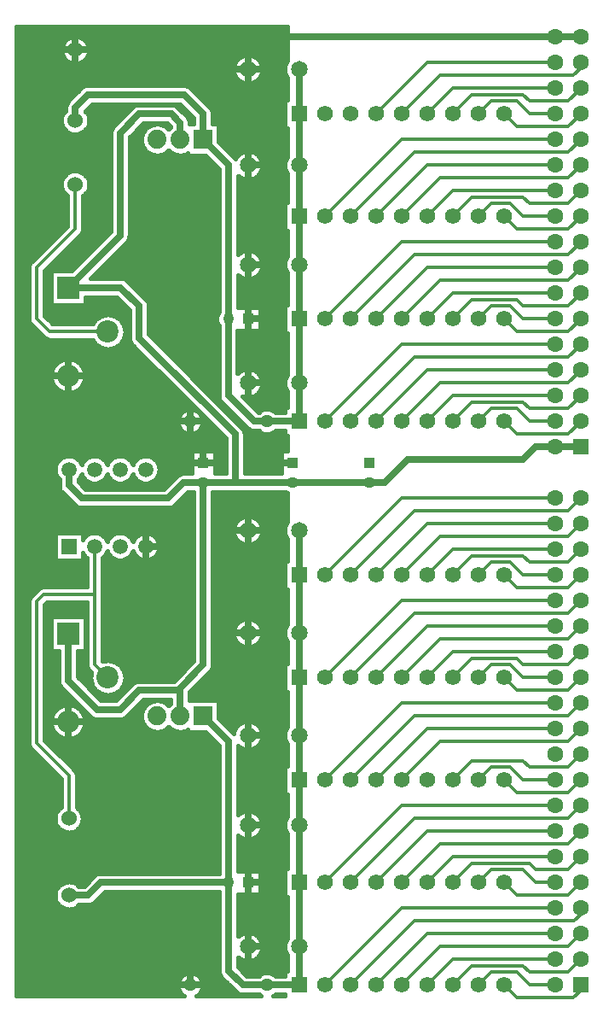
<source format=gbr>
G04 DipTrace 4.3.0.5*
G04 2 - Bottom.gbr*
%MOMM*%
G04 #@! TF.FileFunction,Copper,L2,Bot*
G04 #@! TF.Part,Single*
G04 #@! TA.AperFunction,Conductor*
%ADD16C,0.6604*%
%ADD17C,0.3302*%
G04 #@! TA.AperFunction,CopperBalancing*
%ADD18C,0.381*%
%ADD19C,0.66*%
G04 #@! TA.AperFunction,ComponentPad*
%ADD22R,1.1X1.1*%
%ADD23C,1.1*%
%ADD24C,1.65*%
%ADD25R,1.6X1.6*%
%ADD26C,1.6*%
%ADD27C,3.5*%
%ADD28R,1.88X1.88*%
%ADD29C,1.88*%
%ADD30C,1.27*%
%ADD31C,1.27*%
%ADD32R,1.56X1.56*%
%ADD33C,1.56*%
%ADD34C,1.524*%
%ADD35R,1.5X1.5*%
%ADD36C,1.5*%
%ADD37R,2.2X2.2*%
%ADD38C,2.2*%
G04 #@! TA.AperFunction,ViaPad*
%ADD39C,1.016*%
%FSLAX35Y35*%
G04*
G71*
G90*
G75*
G01*
G04 Bottom*
%LPD*%
X-254500Y635000D2*
D16*
X-508500D1*
X-698500D1*
X-825500Y508000D1*
X-1968500D1*
X-2195500Y281000D1*
X-2349497D1*
X-3111500D1*
X-3683000D1*
X-4000497D1*
X-4229500Y-2032000D2*
Y-1753000D1*
X-4000497Y-1523997D1*
Y281000D1*
X-5341513Y-1214003D2*
Y-1680317D1*
X-5053330Y-1968500D1*
X-4826000D1*
X-4635500Y-1778000D1*
X-4229500D1*
Y-2032000D1*
X-5334007Y412743D2*
Y254007D1*
X-5207000Y127000D1*
X-4349750D1*
X-4195750Y281000D1*
X-4000497D1*
X-4229500Y3683000D2*
Y3848500D1*
X-4318000Y3937000D1*
X-4635500D1*
X-4826000Y3746500D1*
Y2730500D1*
X-5341500Y2215000D1*
X-4818500D1*
X-4635500Y2032000D1*
Y1714500D1*
X-3683000Y762000D1*
Y281000D1*
X-3048000Y-4699000D2*
Y-4318000D1*
Y-3683030D1*
Y-3111500D1*
Y-2667000D1*
Y-2222500D1*
Y-1651030D1*
Y-1206500D1*
Y-635030D1*
Y-190500D1*
X-3365500Y-4699000D2*
X-3048000D1*
X-4000500Y-2032000D2*
X-3746500Y-2286000D1*
Y-3683003D1*
Y-4558907D1*
X-3606407Y-4699000D1*
X-3365500D1*
X-3746500Y-3683003D2*
X-5016503D1*
X-5143500Y-3810000D1*
X-5334000D1*
X-3048000Y4381500D2*
Y3936970D1*
Y3429000D2*
Y2921000D1*
Y2444750D2*
Y1905000D1*
Y1270000D2*
Y888970D1*
Y1270000D2*
Y1905000D1*
Y2444750D2*
Y2921000D1*
Y3429000D2*
Y3936970D1*
X-3365500Y889010D2*
X-3048000D1*
Y888970D1*
X-4000500Y3683000D2*
X-3746500Y3429000D1*
Y1909747D1*
X-3751250Y1904997D1*
Y1147750D1*
X-3492510Y889010D1*
X-3365500D1*
X-5270500Y3873500D2*
Y4000500D1*
X-5143500Y4127500D1*
X-4191000D1*
X-4000500Y3937000D1*
Y3683000D1*
X-254000Y-1651000D2*
D17*
X-381000Y-1778000D1*
X-888970D1*
X-1016000Y-1650970D1*
X-508000Y-1651000D2*
X-825500D1*
X-952500Y-1524000D1*
X-1143023D1*
X-1270000Y-1650977D1*
X-254000Y-1397000D2*
X-381000Y-1524000D1*
X-825500D1*
X-889000Y-1460500D1*
X-1333517D1*
X-1524000Y-1650987D1*
X-508000Y-1397000D2*
X-1524007D1*
X-1778000Y-1650993D1*
X-254000Y-1143000D2*
X-381000Y-1270000D1*
X-1651000D1*
X-2032000Y-1651000D1*
X-508000Y-1143000D2*
X-1777993D1*
X-2286000Y-1651007D1*
X-254000Y-889000D2*
X-381000Y-1016000D1*
X-1904987D1*
X-2540000Y-1651013D1*
X-508000Y-889000D2*
X-2031977D1*
X-2794000Y-1651023D1*
X-254000Y-635000D2*
X-381000Y-762000D1*
X-888970D1*
X-1016000Y-634970D1*
X-508000Y-635000D2*
X-825500D1*
X-952500Y-508000D1*
X-1143023D1*
X-1270000Y-634977D1*
X-254000Y-381000D2*
X-381000Y-508000D1*
X-762000D1*
X-825500Y-444500D1*
X-1333517D1*
X-1524000Y-634987D1*
X-508000Y-381000D2*
X-1524007D1*
X-1778000Y-634993D1*
X-254000Y-127000D2*
X-381000Y-254000D1*
X-1651000D1*
X-2032000Y-635000D1*
X-508000Y-127000D2*
X-1777993D1*
X-2286000Y-635007D1*
X-254000Y127000D2*
X-381000Y0D1*
X-1904987D1*
X-2540000Y-635013D1*
X-508000Y127000D2*
X-2031977D1*
X-2794000Y-635023D1*
X-254000Y-4699000D2*
Y-4755953D1*
X-324047Y-4826000D1*
X-889000D1*
X-1016000Y-4699000D1*
X-508000D2*
X-762000D1*
X-889000Y-4572000D1*
X-1143000D1*
X-1270000Y-4699000D1*
X-254000Y-4445000D2*
X-381000Y-4572000D1*
X-762000D1*
X-825500Y-4508500D1*
X-1333500D1*
X-1524000Y-4699000D1*
X-508000Y-4445000D2*
X-1524000D1*
X-1778000Y-4699000D1*
X-254000Y-4191000D2*
X-381000Y-4318000D1*
X-1651000D1*
X-2032000Y-4699000D1*
X-508000Y-4191000D2*
X-1778000D1*
X-2286000Y-4699000D1*
X-254000Y-3937000D2*
Y-4000500D1*
X-317500Y-4064000D1*
X-1905000D1*
X-2540000Y-4699000D1*
X-508000Y-3937000D2*
X-2032000D1*
X-2794000Y-4699000D1*
X-5341500Y1341000D2*
D16*
X-4738250D1*
X-4286240Y888990D1*
X-4127500D1*
X-254500Y4699000D2*
X-508500D1*
X-3365500D1*
X-3556000Y4508500D1*
Y4381500D1*
Y3429000D1*
Y2444750D1*
Y1909753D1*
X-3551250Y1905003D1*
Y1274750D1*
X-3556000Y1270000D1*
X-5079993Y-349253D2*
D17*
Y-1516500D1*
X-4945500Y-1650990D1*
X-5334000Y-3048000D2*
Y-2619373D1*
X-5651500Y-2301873D1*
Y-895547D1*
X-5581453Y-825500D1*
X-5079993D1*
Y-349253D1*
X-254000Y-1905000D2*
X-381000Y-2032000D1*
X-1905000D1*
X-2540000Y-2667000D1*
X-5270500Y3238500D2*
Y2794000D1*
X-5651500Y2413000D1*
Y1905000D1*
X-5524500Y1778000D1*
X-4945500D1*
X-508000Y-1905000D2*
X-2032000D1*
X-2794000Y-2667000D1*
X-254000Y-2159000D2*
X-381000Y-2286000D1*
X-1651000D1*
X-2032000Y-2667000D1*
X-508000Y-2159000D2*
X-1778000D1*
X-2286000Y-2667000D1*
X-508000D2*
X-825500D1*
X-952500Y-2540000D1*
X-1143000D1*
X-1270000Y-2667000D1*
X-254000Y-2413000D2*
X-381000Y-2540000D1*
X-762000D1*
X-825500Y-2476500D1*
X-1333500D1*
X-1524000Y-2667000D1*
X-508000Y-3175000D2*
X-1777993D1*
X-2286000Y-3683007D1*
X-254000Y-2921000D2*
X-381000Y-3048000D1*
X-1904987D1*
X-2540000Y-3683013D1*
X-508000Y-2921000D2*
X-2031977D1*
X-2794000Y-3683023D1*
X-254000Y-2667000D2*
X-381000Y-2794000D1*
X-889000D1*
X-1016000Y-2667000D1*
X-254000Y-3683000D2*
X-381000Y-3810000D1*
X-888970D1*
X-1016000Y-3682970D1*
X-508000Y-3683000D2*
X-698500D1*
X-825500Y-3556000D1*
X-1143023D1*
X-1270000Y-3682977D1*
X-254000Y-3429000D2*
X-381000Y-3556000D1*
X-698500D1*
X-762000Y-3492500D1*
X-1333517D1*
X-1524000Y-3682987D1*
X-508000Y-3429000D2*
X-1524007D1*
X-1778000Y-3682993D1*
X-254000Y-3175000D2*
X-381000Y-3302000D1*
X-1651000D1*
X-2032000Y-3683000D1*
X-254500Y2921000D2*
Y2920500D1*
X-381000Y2794000D1*
X-889000D1*
X-1016000Y2921000D1*
X-508500D2*
X-825500D1*
X-952500Y3048000D1*
X-1143000D1*
X-1270000Y2921000D1*
X-254500Y3175000D2*
X-381500Y3048000D1*
X-762000D1*
X-825500Y3111500D1*
X-1333500D1*
X-1524000Y2921000D1*
X-508500Y3175000D2*
X-1524000D1*
X-1778000Y2921000D1*
X-254500Y3429000D2*
Y3428500D1*
X-381000Y3302000D1*
X-1651000D1*
X-2032000Y2921000D1*
X-508500Y3429000D2*
X-1778000D1*
X-2286000Y2921000D1*
X-254500Y3683000D2*
Y3682500D1*
X-381000Y3556000D1*
X-1905000D1*
X-2540000Y2921000D1*
X-508500Y3683000D2*
X-2032000D1*
X-2794000Y2921000D1*
X-254500Y3937000D2*
Y3936500D1*
X-381000Y3810000D1*
X-888970D1*
X-1016000Y3937030D1*
X-508500Y3937000D2*
X-762000D1*
X-889000Y4064000D1*
X-1143023D1*
X-1270000Y3937023D1*
X-254500Y4191000D2*
Y4190500D1*
X-381000Y4064000D1*
X-762000D1*
X-825500Y4127500D1*
X-1333517D1*
X-1524000Y3937013D1*
X-508500Y4191000D2*
X-1524007D1*
X-1778000Y3937007D1*
X-254500Y4445000D2*
Y4388047D1*
X-324547Y4318000D1*
X-1651000D1*
X-2032000Y3937000D1*
X-508500Y4445000D2*
X-1777993D1*
X-2286000Y3936993D1*
X-254500Y1905000D2*
Y1904500D1*
X-381000Y1778000D1*
X-889000D1*
X-1016000Y1905000D1*
X-508500D2*
X-825500D1*
X-952500Y2032000D1*
X-1143000D1*
X-1270000Y1905000D1*
X-254500Y2159000D2*
Y2158500D1*
X-381000Y2032000D1*
X-825500D1*
X-889000Y2095500D1*
X-1333500D1*
X-1524000Y1905000D1*
X-508500Y2159000D2*
X-1524000D1*
X-1778000Y1905000D1*
X-254500Y2413000D2*
Y2412500D1*
X-381000Y2286000D1*
X-1651000D1*
X-2032000Y1905000D1*
X-508500Y2413000D2*
X-1778000D1*
X-2286000Y1905000D1*
X-254500Y2667000D2*
Y2666500D1*
X-381000Y2540000D1*
X-1905000D1*
X-2540000Y1905000D1*
X-508500Y2667000D2*
X-2032000D1*
X-2794000Y1905000D1*
X-254500Y889000D2*
Y888500D1*
X-381000Y762000D1*
X-888970D1*
X-1016000Y889030D1*
X-508500Y889000D2*
X-762000D1*
X-889000Y1016000D1*
X-1143023D1*
X-1270000Y889023D1*
X-254500Y1143000D2*
Y1142500D1*
X-381000Y1016000D1*
X-762000D1*
X-825500Y1079500D1*
X-1333517D1*
X-1524000Y889013D1*
X-508500Y1143000D2*
X-1524007D1*
X-1778000Y889007D1*
X-254500Y1397000D2*
Y1396500D1*
X-381000Y1270000D1*
X-1651000D1*
X-2032000Y889000D1*
X-508500Y1397000D2*
X-1777993D1*
X-2286000Y888993D1*
X-254500Y1651000D2*
Y1650500D1*
X-381000Y1524000D1*
X-1904987D1*
X-2540000Y888987D1*
X-508500Y1651000D2*
X-2031977D1*
X-2794000Y888977D1*
D39*
X-3746500Y-3683003D3*
X-5850870Y4769183D2*
D18*
X-3166117D1*
X-5850870Y4731417D2*
X-3166117D1*
X-5850870Y4693650D2*
X-5335137D1*
X-5205850D2*
X-3166117D1*
X-5850870Y4655883D2*
X-5381387D1*
X-5159640D2*
X-3166117D1*
X-5850870Y4618117D2*
X-5402260D1*
X-5138730D2*
X-3166117D1*
X-5850870Y4580350D2*
X-5410073D1*
X-5130953D2*
X-3166117D1*
X-5850870Y4542583D2*
X-5407097D1*
X-5133893D2*
X-3166117D1*
X-5850870Y4504817D2*
X-5392583D1*
X-5148440D2*
X-3630833D1*
X-3481157D2*
X-3166117D1*
X-5850870Y4467050D2*
X-5360810D1*
X-5180177D2*
X-3673547D1*
X-3438480D2*
X-3166117D1*
X-5850870Y4429283D2*
X-3693860D1*
X-3418127D2*
X-3185873D1*
X-5850870Y4391517D2*
X-3701787D1*
X-3410240D2*
X-3193760D1*
X-5850870Y4353750D2*
X-3699403D1*
X-3412620D2*
X-3191380D1*
X-5850870Y4315983D2*
X-3686160D1*
X-3425867D2*
X-3178133D1*
X-5850870Y4278217D2*
X-3657733D1*
X-3454293D2*
X-3166117D1*
X-5850870Y4240450D2*
X-3578703D1*
X-3533283D2*
X-3166117D1*
X-5850870Y4202683D2*
X-5201750D1*
X-4132727D2*
X-3166117D1*
X-5850870Y4164917D2*
X-5241190D1*
X-4093323D2*
X-3166117D1*
X-5850870Y4127150D2*
X-5278953D1*
X-4055557D2*
X-3166117D1*
X-5850870Y4089383D2*
X-5316720D1*
X-4017793D2*
X-3166117D1*
X-5850870Y4051617D2*
X-5351807D1*
X-3980027D2*
X-3189630D1*
X-5850870Y4013850D2*
X-5366167D1*
X-5122060D2*
X-4691380D1*
X-4262130D2*
X-4212453D1*
X-3942263D2*
X-3189630D1*
X-5850870Y3976083D2*
X-5367137D1*
X-5159827D2*
X-4731527D1*
X-4221983D2*
X-4174687D1*
X-3912497D2*
X-3189630D1*
X-5850870Y3938317D2*
X-5393887D1*
X-5147100D2*
X-4769293D1*
X-4184220D2*
X-4136923D1*
X-3903863D2*
X-3189630D1*
X-5850870Y3900550D2*
X-5407617D1*
X-5133407D2*
X-4807057D1*
X-4148837D2*
X-4099157D1*
X-3903863D2*
X-3189630D1*
X-5850870Y3862783D2*
X-5409887D1*
X-5131100D2*
X-4844823D1*
X-4133953D2*
X-4097147D1*
X-3903863D2*
X-3189630D1*
X-5850870Y3825017D2*
X-5401403D1*
X-5139623D2*
X-4882587D1*
X-4612397D2*
X-4521383D1*
X-4395630D2*
X-4341113D1*
X-3842883D2*
X-3189630D1*
X-5850870Y3787250D2*
X-5379487D1*
X-5161537D2*
X-4913210D1*
X-4650163D2*
X-4575407D1*
X-3842883D2*
X-3166117D1*
X-5850870Y3749483D2*
X-5330150D1*
X-5210837D2*
X-4922587D1*
X-4687930D2*
X-4601007D1*
X-3842883D2*
X-3166117D1*
X-5850870Y3711717D2*
X-4922660D1*
X-4725693D2*
X-4613433D1*
X-3842883D2*
X-3166117D1*
X-5850870Y3673950D2*
X-4922660D1*
X-4729340D2*
X-4615850D1*
X-3842883D2*
X-3166117D1*
X-5850870Y3636183D2*
X-4922660D1*
X-4729340D2*
X-4608820D1*
X-3818587D2*
X-3166117D1*
X-5850870Y3598417D2*
X-4922660D1*
X-4729340D2*
X-4590773D1*
X-3780820D2*
X-3166117D1*
X-5850870Y3560650D2*
X-4922660D1*
X-4729340D2*
X-4555540D1*
X-4361473D2*
X-4326530D1*
X-3743057D2*
X-3613867D1*
X-3498160D2*
X-3166117D1*
X-5850870Y3522883D2*
X-4922660D1*
X-4729340D2*
X-3975480D1*
X-3705290D2*
X-3666773D1*
X-3445250D2*
X-3166117D1*
X-5850870Y3485117D2*
X-4922660D1*
X-4729340D2*
X-3937717D1*
X-3421400D2*
X-3182600D1*
X-5850870Y3447350D2*
X-4922660D1*
X-4729340D2*
X-3899950D1*
X-3411057D2*
X-3192943D1*
X-5850870Y3409583D2*
X-4922660D1*
X-4729340D2*
X-3862187D1*
X-3411207D2*
X-3192793D1*
X-5850870Y3371817D2*
X-5301243D1*
X-5239747D2*
X-4922660D1*
X-4729340D2*
X-3843137D1*
X-3421883D2*
X-3182117D1*
X-5850870Y3334050D2*
X-5371117D1*
X-5169907D2*
X-4922660D1*
X-4729340D2*
X-3843137D1*
X-3446180D2*
X-3166117D1*
X-5850870Y3296283D2*
X-5397423D1*
X-5143567D2*
X-4922660D1*
X-4729340D2*
X-3843137D1*
X-3649853D2*
X-3611187D1*
X-3500800D2*
X-3166117D1*
X-5850870Y3258517D2*
X-5408843D1*
X-5132143D2*
X-4922660D1*
X-4729340D2*
X-3843137D1*
X-3649853D2*
X-3166117D1*
X-5850870Y3220750D2*
X-5409143D1*
X-5131847D2*
X-4922660D1*
X-4729340D2*
X-3843137D1*
X-3649853D2*
X-3166117D1*
X-5850870Y3182983D2*
X-5398463D1*
X-5142523D2*
X-4922660D1*
X-4729340D2*
X-3843137D1*
X-3649853D2*
X-3166117D1*
X-5850870Y3145217D2*
X-5373273D1*
X-5167713D2*
X-4922660D1*
X-4729340D2*
X-3843137D1*
X-3649853D2*
X-3166117D1*
X-5850870Y3107450D2*
X-5350617D1*
X-5190373D2*
X-4922660D1*
X-4729340D2*
X-3843137D1*
X-3649853D2*
X-3166117D1*
X-5850870Y3069683D2*
X-5350617D1*
X-5190373D2*
X-4922660D1*
X-4729340D2*
X-3843137D1*
X-3649853D2*
X-3166117D1*
X-5850870Y3031917D2*
X-5350617D1*
X-5190373D2*
X-4922660D1*
X-4729340D2*
X-3843137D1*
X-3649853D2*
X-3189630D1*
X-5850870Y2994150D2*
X-5350617D1*
X-5190373D2*
X-4922660D1*
X-4729340D2*
X-3843137D1*
X-3649853D2*
X-3189630D1*
X-5850870Y2956383D2*
X-5350617D1*
X-5190373D2*
X-4922660D1*
X-4729340D2*
X-3843137D1*
X-3649853D2*
X-3189630D1*
X-5850870Y2918617D2*
X-5350617D1*
X-5190373D2*
X-4922660D1*
X-4729340D2*
X-3843137D1*
X-3649853D2*
X-3189630D1*
X-5850870Y2880850D2*
X-5350617D1*
X-5190373D2*
X-4922660D1*
X-4729340D2*
X-3843137D1*
X-3649853D2*
X-3189630D1*
X-5850870Y2843083D2*
X-5350617D1*
X-5190373D2*
X-4922660D1*
X-4729340D2*
X-3843137D1*
X-3649853D2*
X-3189630D1*
X-5850870Y2805317D2*
X-5370930D1*
X-5190373D2*
X-4922660D1*
X-4729340D2*
X-3843137D1*
X-3649853D2*
X-3189630D1*
X-5850870Y2767550D2*
X-5408697D1*
X-5195097D2*
X-4924037D1*
X-4729340D2*
X-3843137D1*
X-3649853D2*
X-3166117D1*
X-5850870Y2729783D2*
X-5446460D1*
X-5222967D2*
X-4961803D1*
X-4729377D2*
X-3843137D1*
X-3649853D2*
X-3166117D1*
X-5850870Y2692017D2*
X-5484227D1*
X-5260730D2*
X-4999567D1*
X-4737710D2*
X-3843137D1*
X-3649853D2*
X-3166117D1*
X-5850870Y2654250D2*
X-5521990D1*
X-5298497D2*
X-5037333D1*
X-4767143D2*
X-3843137D1*
X-3649853D2*
X-3166117D1*
X-5850870Y2616483D2*
X-5559757D1*
X-5336260D2*
X-5075097D1*
X-4804907D2*
X-3843137D1*
X-3649853D2*
X-3166117D1*
X-5850870Y2578717D2*
X-5597520D1*
X-5374027D2*
X-5112863D1*
X-4842673D2*
X-3843137D1*
X-3649853D2*
X-3607837D1*
X-3504187D2*
X-3166117D1*
X-5850870Y2540950D2*
X-5635287D1*
X-5411790D2*
X-5150627D1*
X-4880437D2*
X-3843137D1*
X-3447333D2*
X-3166117D1*
X-5850870Y2503183D2*
X-5673050D1*
X-5449557D2*
X-5188430D1*
X-4918240D2*
X-3843137D1*
X-3422443D2*
X-3181557D1*
X-5850870Y2465417D2*
X-5710780D1*
X-5487320D2*
X-5226197D1*
X-4956007D2*
X-3843137D1*
X-3411393D2*
X-3192607D1*
X-5850870Y2427650D2*
X-5730200D1*
X-5525087D2*
X-5263960D1*
X-4993770D2*
X-3843137D1*
X-3410910D2*
X-3193090D1*
X-5850870Y2389883D2*
X-5731617D1*
X-5562890D2*
X-5301727D1*
X-5031537D2*
X-3843137D1*
X-3420880D2*
X-3183120D1*
X-5850870Y2352117D2*
X-5731617D1*
X-5571373D2*
X-5515107D1*
X-5069300D2*
X-3843137D1*
X-3444173D2*
X-3166117D1*
X-5850870Y2314350D2*
X-5731617D1*
X-5571373D2*
X-5515107D1*
X-5107067D2*
X-3843137D1*
X-3649853D2*
X-3616803D1*
X-3495183D2*
X-3166117D1*
X-5850870Y2276583D2*
X-5731617D1*
X-5571373D2*
X-5515107D1*
X-4745003D2*
X-3843137D1*
X-3649853D2*
X-3166117D1*
X-5850870Y2238817D2*
X-5731617D1*
X-5571373D2*
X-5515107D1*
X-4707240D2*
X-3843137D1*
X-3649853D2*
X-3166117D1*
X-5850870Y2201050D2*
X-5731617D1*
X-5571373D2*
X-5515107D1*
X-4669473D2*
X-3843137D1*
X-3649853D2*
X-3166117D1*
X-5850870Y2163283D2*
X-5731617D1*
X-5571373D2*
X-5515107D1*
X-4631670D2*
X-3843137D1*
X-3649853D2*
X-3166117D1*
X-5850870Y2125517D2*
X-5731617D1*
X-5571373D2*
X-5515107D1*
X-4593907D2*
X-3843137D1*
X-3649853D2*
X-3166117D1*
X-5850870Y2087750D2*
X-5731617D1*
X-5571373D2*
X-5515107D1*
X-5167863D2*
X-4826330D1*
X-4557480D2*
X-3843137D1*
X-3649853D2*
X-3166117D1*
X-5850870Y2049983D2*
X-5731617D1*
X-5571373D2*
X-5515107D1*
X-5167863D2*
X-4788567D1*
X-4540627D2*
X-3843137D1*
X-3649853D2*
X-3166117D1*
X-5850870Y2012217D2*
X-5731617D1*
X-5571373D2*
X-4750800D1*
X-4538840D2*
X-3843137D1*
X-3432637D2*
X-3189630D1*
X-5850870Y1974450D2*
X-5731617D1*
X-5571373D2*
X-4732160D1*
X-4538840D2*
X-3846483D1*
X-3432637D2*
X-3189630D1*
X-5850870Y1936683D2*
X-5731617D1*
X-5571373D2*
X-5009763D1*
X-4881220D2*
X-4732160D1*
X-4538840D2*
X-3865423D1*
X-3432637D2*
X-3189630D1*
X-5850870Y1898917D2*
X-5731393D1*
X-5533680D2*
X-5068550D1*
X-4822470D2*
X-4732160D1*
X-4538840D2*
X-3869700D1*
X-3432637D2*
X-3189630D1*
X-5850870Y1861150D2*
X-5717773D1*
X-5495917D2*
X-5097383D1*
X-4793633D2*
X-4732160D1*
X-4538840D2*
X-3861180D1*
X-3432637D2*
X-3189630D1*
X-5850870Y1823383D2*
X-5681647D1*
X-4778043D2*
X-4732160D1*
X-4538840D2*
X-3847897D1*
X-3432637D2*
X-3189630D1*
X-5850870Y1785617D2*
X-5643880D1*
X-4772053D2*
X-4732160D1*
X-4538840D2*
X-3847897D1*
X-3654613D2*
X-3189630D1*
X-5850870Y1747850D2*
X-5606080D1*
X-4774583D2*
X-4732160D1*
X-4533743D2*
X-3847897D1*
X-3654613D2*
X-3166117D1*
X-5850870Y1710083D2*
X-5563143D1*
X-4786043D2*
X-4732050D1*
X-4495977D2*
X-3847897D1*
X-3654613D2*
X-3166117D1*
X-5850870Y1672317D2*
X-5082240D1*
X-4808777D2*
X-4722003D1*
X-4458213D2*
X-3847897D1*
X-3654613D2*
X-3166117D1*
X-5850870Y1634550D2*
X-5040197D1*
X-4850820D2*
X-4690637D1*
X-4420447D2*
X-3847897D1*
X-3654613D2*
X-3166117D1*
X-5850870Y1596783D2*
X-4652873D1*
X-4382683D2*
X-3847897D1*
X-3654613D2*
X-3166117D1*
X-5850870Y1559017D2*
X-4615107D1*
X-4344917D2*
X-3847897D1*
X-3654613D2*
X-3166117D1*
X-5850870Y1521250D2*
X-4577343D1*
X-4307153D2*
X-3847897D1*
X-3654613D2*
X-3166117D1*
X-5850870Y1483483D2*
X-5437680D1*
X-5245290D2*
X-4539577D1*
X-4269387D2*
X-3847897D1*
X-3654613D2*
X-3166117D1*
X-5850870Y1445717D2*
X-5478980D1*
X-5204027D2*
X-4501810D1*
X-4231620D2*
X-3847897D1*
X-3654613D2*
X-3166117D1*
X-5850870Y1407950D2*
X-5501377D1*
X-5181630D2*
X-4464047D1*
X-4193857D2*
X-3847897D1*
X-3654613D2*
X-3594780D1*
X-3517210D2*
X-3166117D1*
X-5850870Y1370183D2*
X-5512577D1*
X-5170393D2*
X-4426280D1*
X-4156090D2*
X-3847897D1*
X-3451130D2*
X-3166117D1*
X-5850870Y1332417D2*
X-5514923D1*
X-5168087D2*
X-4388517D1*
X-4118327D2*
X-3847897D1*
X-3424303D2*
X-3179697D1*
X-5850870Y1294650D2*
X-5508670D1*
X-5174337D2*
X-4350750D1*
X-4080560D2*
X-3847897D1*
X-3412023D2*
X-3191977D1*
X-5850870Y1256883D2*
X-5492820D1*
X-5190187D2*
X-4312987D1*
X-4042797D2*
X-3847897D1*
X-3410500D2*
X-3193500D1*
X-5850870Y1219117D2*
X-5463540D1*
X-5219467D2*
X-4275220D1*
X-4005030D2*
X-3847897D1*
X-3419280D2*
X-3184720D1*
X-5850870Y1181350D2*
X-5403190D1*
X-5279817D2*
X-4237457D1*
X-3967267D2*
X-3847897D1*
X-3440860D2*
X-3166117D1*
X-5850870Y1143583D2*
X-4199690D1*
X-3929500D2*
X-3847787D1*
X-3486847D2*
X-3166117D1*
X-5850870Y1105817D2*
X-4161927D1*
X-3891737D2*
X-3837890D1*
X-3574210D2*
X-3166117D1*
X-5850870Y1068050D2*
X-4124160D1*
X-3853970D2*
X-3806637D1*
X-3536447D2*
X-3166117D1*
X-5850870Y1030283D2*
X-4086393D1*
X-3816203D2*
X-3768870D1*
X-3498680D2*
X-3166117D1*
X-5850870Y992517D2*
X-4198313D1*
X-3778440D2*
X-3731103D1*
X-3460913D2*
X-3436350D1*
X-3294673D2*
X-3189630D1*
X-5850870Y954750D2*
X-4235633D1*
X-3740637D2*
X-3693340D1*
X-5850870Y916983D2*
X-4251407D1*
X-4003580D2*
X-3973063D1*
X-3702873D2*
X-3655573D1*
X-5850870Y879217D2*
X-4254237D1*
X-4000753D2*
X-3935297D1*
X-3665107D2*
X-3617810D1*
X-5850870Y841450D2*
X-4245083D1*
X-4009903D2*
X-3897533D1*
X-3627343D2*
X-3580043D1*
X-5850870Y803683D2*
X-4220340D1*
X-4034647D2*
X-3859767D1*
X-3596237D2*
X-3532903D1*
X-5850870Y765917D2*
X-4139007D1*
X-4116020D2*
X-3822003D1*
X-3586450D2*
X-3376633D1*
X-3354353D2*
X-3189630D1*
X-5850870Y728150D2*
X-3784237D1*
X-3586340D2*
X-3166117D1*
X-5850870Y690383D2*
X-3779660D1*
X-3586340D2*
X-3166117D1*
X-5850870Y652617D2*
X-3779660D1*
X-3586340D2*
X-3166117D1*
X-5850870Y614850D2*
X-3779660D1*
X-3586340D2*
X-3166117D1*
X-5850870Y577083D2*
X-4119137D1*
X-3881877D2*
X-3779660D1*
X-3586340D2*
X-3230113D1*
X-5850870Y539317D2*
X-5384213D1*
X-5283800D2*
X-5130237D1*
X-5029787D2*
X-4876263D1*
X-4775773D2*
X-4622250D1*
X-4521763D2*
X-4119137D1*
X-3881877D2*
X-3779660D1*
X-3586340D2*
X-3230113D1*
X-5850870Y501550D2*
X-5439243D1*
X-5228770D2*
X-5185267D1*
X-4974757D2*
X-4931253D1*
X-4720747D2*
X-4677243D1*
X-4466770D2*
X-4119137D1*
X-3881877D2*
X-3779660D1*
X-3586340D2*
X-3230113D1*
X-5850870Y463783D2*
X-5462610D1*
X-4443403D2*
X-4119137D1*
X-3881877D2*
X-3779660D1*
X-3586340D2*
X-3230113D1*
X-5850870Y426017D2*
X-5471983D1*
X-4434027D2*
X-4119137D1*
X-3881877D2*
X-3779660D1*
X-3586340D2*
X-3230113D1*
X-5850870Y388250D2*
X-5470383D1*
X-4435627D2*
X-4119137D1*
X-3881877D2*
X-3779660D1*
X-3586340D2*
X-3230113D1*
X-5850870Y350483D2*
X-5457400D1*
X-4448613D2*
X-4261120D1*
X-5850870Y312717D2*
X-5430647D1*
X-5237363D2*
X-5174180D1*
X-4985807D2*
X-4920203D1*
X-4731833D2*
X-4666193D1*
X-4477820D2*
X-4299143D1*
X-5850870Y274950D2*
X-5430647D1*
X-5219840D2*
X-4336910D1*
X-5850870Y237183D2*
X-5429123D1*
X-5182077D2*
X-4374673D1*
X-5850870Y199417D2*
X-5412900D1*
X-5850870Y161650D2*
X-5376733D1*
X-4180017D2*
X-4097147D1*
X-3903863D2*
X-3166117D1*
X-5850870Y123883D2*
X-5338970D1*
X-4217780D2*
X-4097147D1*
X-3903863D2*
X-3166117D1*
X-5850870Y86117D2*
X-5301203D1*
X-4255547D2*
X-4097147D1*
X-3903863D2*
X-3166117D1*
X-5850870Y48350D2*
X-5260127D1*
X-4296623D2*
X-4097147D1*
X-3903863D2*
X-3166117D1*
X-5850870Y10583D2*
X-4097147D1*
X-3903863D2*
X-3166117D1*
X-5850870Y-27183D2*
X-4097147D1*
X-3903863D2*
X-3166117D1*
X-5850870Y-64950D2*
X-4097147D1*
X-3903863D2*
X-3626813D1*
X-3485173D2*
X-3166117D1*
X-5850870Y-102717D2*
X-4097147D1*
X-3903863D2*
X-3671833D1*
X-3440190D2*
X-3166117D1*
X-5850870Y-140483D2*
X-4097147D1*
X-3903863D2*
X-3693043D1*
X-3418947D2*
X-3185053D1*
X-5850870Y-178250D2*
X-4097147D1*
X-3903863D2*
X-3701600D1*
X-3410387D2*
X-3193613D1*
X-5850870Y-216017D2*
X-5472617D1*
X-5195357D2*
X-5104343D1*
X-5055647D2*
X-4850403D1*
X-4801597D2*
X-4596430D1*
X-4547583D2*
X-4097147D1*
X-3903863D2*
X-3699813D1*
X-3412173D2*
X-3191827D1*
X-5850870Y-253783D2*
X-5472617D1*
X-5195357D2*
X-5178980D1*
X-4981007D2*
X-4925003D1*
X-4726997D2*
X-4670993D1*
X-4472983D2*
X-4097147D1*
X-3903863D2*
X-3687277D1*
X-3424713D2*
X-3179287D1*
X-5850870Y-291550D2*
X-5472617D1*
X-4446343D2*
X-4097147D1*
X-3903863D2*
X-3660003D1*
X-3451987D2*
X-3166117D1*
X-5850870Y-329317D2*
X-5472617D1*
X-4434847D2*
X-4097147D1*
X-3903863D2*
X-3591170D1*
X-3520857D2*
X-3166117D1*
X-5850870Y-367083D2*
X-5472617D1*
X-4434550D2*
X-4097147D1*
X-3903863D2*
X-3166117D1*
X-5850870Y-404850D2*
X-5472617D1*
X-4445377D2*
X-4097147D1*
X-3903863D2*
X-3166117D1*
X-5850870Y-442617D2*
X-5472617D1*
X-5195357D2*
X-5181063D1*
X-4978923D2*
X-4927050D1*
X-4724950D2*
X-4673037D1*
X-4470937D2*
X-4097147D1*
X-3903863D2*
X-3166117D1*
X-5850870Y-480383D2*
X-5472617D1*
X-5195357D2*
X-5160117D1*
X-4999873D2*
X-4861083D1*
X-4790917D2*
X-4607070D1*
X-4536943D2*
X-4097147D1*
X-3903863D2*
X-3166117D1*
X-5850870Y-518150D2*
X-5160117D1*
X-4999873D2*
X-4097147D1*
X-3903863D2*
X-3189630D1*
X-5850870Y-555917D2*
X-5160117D1*
X-4999873D2*
X-4097147D1*
X-3903863D2*
X-3189630D1*
X-5850870Y-593683D2*
X-5160117D1*
X-4999873D2*
X-4097147D1*
X-3903863D2*
X-3189630D1*
X-5850870Y-631450D2*
X-5160117D1*
X-4999873D2*
X-4097147D1*
X-3903863D2*
X-3189630D1*
X-5850870Y-669217D2*
X-5160117D1*
X-4999873D2*
X-4097147D1*
X-3903863D2*
X-3189630D1*
X-5850870Y-706983D2*
X-5160117D1*
X-4999873D2*
X-4097147D1*
X-3903863D2*
X-3189630D1*
X-5850870Y-744750D2*
X-5160117D1*
X-4999873D2*
X-4097147D1*
X-3903863D2*
X-3189630D1*
X-5850870Y-782517D2*
X-5650207D1*
X-4999873D2*
X-4097147D1*
X-3903863D2*
X-3166117D1*
X-5850870Y-820283D2*
X-5687970D1*
X-4999873D2*
X-4097147D1*
X-3903863D2*
X-3166117D1*
X-5850870Y-858050D2*
X-5721793D1*
X-4999873D2*
X-4097147D1*
X-3903863D2*
X-3166117D1*
X-5850870Y-895817D2*
X-5731617D1*
X-4999873D2*
X-4097147D1*
X-3903863D2*
X-3166117D1*
X-5850870Y-933583D2*
X-5731617D1*
X-5571373D2*
X-5160117D1*
X-4999873D2*
X-4097147D1*
X-3903863D2*
X-3166117D1*
X-5850870Y-971350D2*
X-5731617D1*
X-5571373D2*
X-5160117D1*
X-4999873D2*
X-4097147D1*
X-3903863D2*
X-3166117D1*
X-5850870Y-1009117D2*
X-5731617D1*
X-5571373D2*
X-5160117D1*
X-4999873D2*
X-4097147D1*
X-3903863D2*
X-3166117D1*
X-5850870Y-1046883D2*
X-5731617D1*
X-5571373D2*
X-5515143D1*
X-4999873D2*
X-4097147D1*
X-3903863D2*
X-3166117D1*
X-5850870Y-1084650D2*
X-5731617D1*
X-5571373D2*
X-5515143D1*
X-4999873D2*
X-4097147D1*
X-3903863D2*
X-3633323D1*
X-3478663D2*
X-3166117D1*
X-5850870Y-1122417D2*
X-5731617D1*
X-5571373D2*
X-5515143D1*
X-4999873D2*
X-4097147D1*
X-3903863D2*
X-3674623D1*
X-3437363D2*
X-3166637D1*
X-5850870Y-1160183D2*
X-5731617D1*
X-5571373D2*
X-5515143D1*
X-4999873D2*
X-4097147D1*
X-3903863D2*
X-3694380D1*
X-3417643D2*
X-3186357D1*
X-5850870Y-1197950D2*
X-5731617D1*
X-5571373D2*
X-5515143D1*
X-4999873D2*
X-4097147D1*
X-3903863D2*
X-3701860D1*
X-3410127D2*
X-3193873D1*
X-5850870Y-1235717D2*
X-5731617D1*
X-5571373D2*
X-5515143D1*
X-4999873D2*
X-4097147D1*
X-3903863D2*
X-3699107D1*
X-3412917D2*
X-3191083D1*
X-5850870Y-1273483D2*
X-5731617D1*
X-5571373D2*
X-5515143D1*
X-4999873D2*
X-4097147D1*
X-3903863D2*
X-3685377D1*
X-3426610D2*
X-3177390D1*
X-5850870Y-1311250D2*
X-5731617D1*
X-5571373D2*
X-5515143D1*
X-4999873D2*
X-4097147D1*
X-3903863D2*
X-3656133D1*
X-3455853D2*
X-3166117D1*
X-5850870Y-1349017D2*
X-5731617D1*
X-5571373D2*
X-5515143D1*
X-4999873D2*
X-4097147D1*
X-3903863D2*
X-3166117D1*
X-5850870Y-1386783D2*
X-5731617D1*
X-5571373D2*
X-5438163D1*
X-5244880D2*
X-5160117D1*
X-4999873D2*
X-4097147D1*
X-3903863D2*
X-3166117D1*
X-5850870Y-1424550D2*
X-5731617D1*
X-5571373D2*
X-5438163D1*
X-5244880D2*
X-5160117D1*
X-4999873D2*
X-4097147D1*
X-3903863D2*
X-3166117D1*
X-5850870Y-1462317D2*
X-5731617D1*
X-5571373D2*
X-5438163D1*
X-5244880D2*
X-5160117D1*
X-4999873D2*
X-4097147D1*
X-3903863D2*
X-3166117D1*
X-5850870Y-1500083D2*
X-5731617D1*
X-5571373D2*
X-5438163D1*
X-5244880D2*
X-5160117D1*
X-4863843D2*
X-4111697D1*
X-3903863D2*
X-3166117D1*
X-5850870Y-1537850D2*
X-5731617D1*
X-5571373D2*
X-5438163D1*
X-5244880D2*
X-5157063D1*
X-4815063D2*
X-4149460D1*
X-3904907D2*
X-3189630D1*
X-5850870Y-1575617D2*
X-5731617D1*
X-5571373D2*
X-5438163D1*
X-5244880D2*
X-5132620D1*
X-4789540D2*
X-4187227D1*
X-3919530D2*
X-3189630D1*
X-5850870Y-1613383D2*
X-5731617D1*
X-5571373D2*
X-5438163D1*
X-5244880D2*
X-5114910D1*
X-4776110D2*
X-4224990D1*
X-3954800D2*
X-3189630D1*
X-5850870Y-1651150D2*
X-5731617D1*
X-5571373D2*
X-5438163D1*
X-5235580D2*
X-5119113D1*
X-4771867D2*
X-4262757D1*
X-3992567D2*
X-3189630D1*
X-5850870Y-1688917D2*
X-5731617D1*
X-5571373D2*
X-5437753D1*
X-5197813D2*
X-5114833D1*
X-4776183D2*
X-4665410D1*
X-4030330D2*
X-3189630D1*
X-5850870Y-1726683D2*
X-5731617D1*
X-5571373D2*
X-5425737D1*
X-5160050D2*
X-5101327D1*
X-4789690D2*
X-4719287D1*
X-4068097D2*
X-3189630D1*
X-5850870Y-1764450D2*
X-5731617D1*
X-5571373D2*
X-5392473D1*
X-5122283D2*
X-5075657D1*
X-4815363D2*
X-4757050D1*
X-4105860D2*
X-3189630D1*
X-5850870Y-1802217D2*
X-5731617D1*
X-5571373D2*
X-5354707D1*
X-5084517D2*
X-5026543D1*
X-4864440D2*
X-4794817D1*
X-4132873D2*
X-3166117D1*
X-5850870Y-1839983D2*
X-5731617D1*
X-5571373D2*
X-5316943D1*
X-5046753D2*
X-4832583D1*
X-4132873D2*
X-3166117D1*
X-5850870Y-1877750D2*
X-5731617D1*
X-5571373D2*
X-5279177D1*
X-4600157D2*
X-4326157D1*
X-4132873D2*
X-3166117D1*
X-5850870Y-1915517D2*
X-5731617D1*
X-5571373D2*
X-5241413D1*
X-4637923D2*
X-4562757D1*
X-4354257D2*
X-4333747D1*
X-3842883D2*
X-3166117D1*
X-5850870Y-1953283D2*
X-5731617D1*
X-5571373D2*
X-5448657D1*
X-5234313D2*
X-5203647D1*
X-4675687D2*
X-4594457D1*
X-3842883D2*
X-3166117D1*
X-5850870Y-1991050D2*
X-5731617D1*
X-5571373D2*
X-5484710D1*
X-5198260D2*
X-5165883D1*
X-4713453D2*
X-4610567D1*
X-3842883D2*
X-3166117D1*
X-5850870Y-2028817D2*
X-5731617D1*
X-5571373D2*
X-5504467D1*
X-5178503D2*
X-5128117D1*
X-4751217D2*
X-4616073D1*
X-3842883D2*
X-3166117D1*
X-5850870Y-2066583D2*
X-5731617D1*
X-5571373D2*
X-5513767D1*
X-5169240D2*
X-4612167D1*
X-3830827D2*
X-3166117D1*
X-5850870Y-2104350D2*
X-5731617D1*
X-5571373D2*
X-5514327D1*
X-5168643D2*
X-4598030D1*
X-3793063D2*
X-3639130D1*
X-3472860D2*
X-3166117D1*
X-5850870Y-2142117D2*
X-5731617D1*
X-5571373D2*
X-5506253D1*
X-5176717D2*
X-4569713D1*
X-3755297D2*
X-3677230D1*
X-3434760D2*
X-3169240D1*
X-5850870Y-2179883D2*
X-5731617D1*
X-5571373D2*
X-5488097D1*
X-5194873D2*
X-4504603D1*
X-4412410D2*
X-4275593D1*
X-4183400D2*
X-4158130D1*
X-3717533D2*
X-3695610D1*
X-3416417D2*
X-3187583D1*
X-5850870Y-2217650D2*
X-5731617D1*
X-5571373D2*
X-5454980D1*
X-5227990D2*
X-3949957D1*
X-3409980D2*
X-3194020D1*
X-5850870Y-2255417D2*
X-5731617D1*
X-5571373D2*
X-5373720D1*
X-5309250D2*
X-3912190D1*
X-3413737D2*
X-3190263D1*
X-5850870Y-2293183D2*
X-5731617D1*
X-5548453D2*
X-3874427D1*
X-3428657D2*
X-3175343D1*
X-5850870Y-2330950D2*
X-5725887D1*
X-5510687D2*
X-3843137D1*
X-3460060D2*
X-3166117D1*
X-5850870Y-2368717D2*
X-5696417D1*
X-5472923D2*
X-3843137D1*
X-3649853D2*
X-3166117D1*
X-5850870Y-2406483D2*
X-5658653D1*
X-5435157D2*
X-3843137D1*
X-3649853D2*
X-3166117D1*
X-5850870Y-2444250D2*
X-5620887D1*
X-5397393D2*
X-3843137D1*
X-3649853D2*
X-3166117D1*
X-5850870Y-2482017D2*
X-5583083D1*
X-5359627D2*
X-3843137D1*
X-3649853D2*
X-3166117D1*
X-5850870Y-2519783D2*
X-5545320D1*
X-5321863D2*
X-3843137D1*
X-3649853D2*
X-3166117D1*
X-5850870Y-2557550D2*
X-5507553D1*
X-5284060D2*
X-3843137D1*
X-3649853D2*
X-3189630D1*
X-5850870Y-2595317D2*
X-5469790D1*
X-5257753D2*
X-3843137D1*
X-3649853D2*
X-3189630D1*
X-5850870Y-2633083D2*
X-5432023D1*
X-5253883D2*
X-3843137D1*
X-3649853D2*
X-3189630D1*
X-5850870Y-2670850D2*
X-5414127D1*
X-5253883D2*
X-3843137D1*
X-3649853D2*
X-3189630D1*
X-5850870Y-2708617D2*
X-5414127D1*
X-5253883D2*
X-3843137D1*
X-3649853D2*
X-3189630D1*
X-5850870Y-2746383D2*
X-5414127D1*
X-5253883D2*
X-3843137D1*
X-3649853D2*
X-3189630D1*
X-5850870Y-2784150D2*
X-5414127D1*
X-5253883D2*
X-3843137D1*
X-3649853D2*
X-3189630D1*
X-5850870Y-2821917D2*
X-5414127D1*
X-5253883D2*
X-3843137D1*
X-3649853D2*
X-3166117D1*
X-5850870Y-2859683D2*
X-5414127D1*
X-5253883D2*
X-3843137D1*
X-3649853D2*
X-3166117D1*
X-5850870Y-2897450D2*
X-5414127D1*
X-5253883D2*
X-3843137D1*
X-3649853D2*
X-3166117D1*
X-5850870Y-2935217D2*
X-5414127D1*
X-5253883D2*
X-3843137D1*
X-3649853D2*
X-3166117D1*
X-5850870Y-2972983D2*
X-5451260D1*
X-5216753D2*
X-3843137D1*
X-3649853D2*
X-3592470D1*
X-3519553D2*
X-3166117D1*
X-5850870Y-3010750D2*
X-5468637D1*
X-5199377D2*
X-3843137D1*
X-3451687D2*
X-3166117D1*
X-5850870Y-3048517D2*
X-5473807D1*
X-5194167D2*
X-3843137D1*
X-3424563D2*
X-3179437D1*
X-5850870Y-3086283D2*
X-5468340D1*
X-5199673D2*
X-3843137D1*
X-3412137D2*
X-3191863D1*
X-5850870Y-3124050D2*
X-5450590D1*
X-5217423D2*
X-3843137D1*
X-3410427D2*
X-3193573D1*
X-5850870Y-3161817D2*
X-5412267D1*
X-5255707D2*
X-3843137D1*
X-3419057D2*
X-3184943D1*
X-5850870Y-3199583D2*
X-3843137D1*
X-3440413D2*
X-3166117D1*
X-5850870Y-3237350D2*
X-3843137D1*
X-3649853D2*
X-3626257D1*
X-3485733D2*
X-3166117D1*
X-5850870Y-3275117D2*
X-3843137D1*
X-3649853D2*
X-3166117D1*
X-5850870Y-3312883D2*
X-3843137D1*
X-3649853D2*
X-3166117D1*
X-5850870Y-3350650D2*
X-3843137D1*
X-3649853D2*
X-3166117D1*
X-5850870Y-3388417D2*
X-3843137D1*
X-3649853D2*
X-3166117D1*
X-5850870Y-3426183D2*
X-3843137D1*
X-3649853D2*
X-3166117D1*
X-5850870Y-3463950D2*
X-3843137D1*
X-3649853D2*
X-3166117D1*
X-5850870Y-3501717D2*
X-3843137D1*
X-3649853D2*
X-3166117D1*
X-5850870Y-3539483D2*
X-3843137D1*
X-3649853D2*
X-3166117D1*
X-5850870Y-3577250D2*
X-3843137D1*
X-3432637D2*
X-3189630D1*
X-5850870Y-3615017D2*
X-5083507D1*
X-3432637D2*
X-3189630D1*
X-5850870Y-3652783D2*
X-5121383D1*
X-3432637D2*
X-3189630D1*
X-5850870Y-3690550D2*
X-5402853D1*
X-5265157D2*
X-5159147D1*
X-3432637D2*
X-3189630D1*
X-5850870Y-3728317D2*
X-5446573D1*
X-3432637D2*
X-3189630D1*
X-5850870Y-3766083D2*
X-5466553D1*
X-3432637D2*
X-3189630D1*
X-5850870Y-3803850D2*
X-5473697D1*
X-5002253D2*
X-3843137D1*
X-3649853D2*
X-3189630D1*
X-5850870Y-3841617D2*
X-5470087D1*
X-5040020D2*
X-3843137D1*
X-3649853D2*
X-3166117D1*
X-5850870Y-3879383D2*
X-5454797D1*
X-5078007D2*
X-3843137D1*
X-3649853D2*
X-3166117D1*
X-5850870Y-3917150D2*
X-5421570D1*
X-5246407D2*
X-3843137D1*
X-3649853D2*
X-3166117D1*
X-5850870Y-3954917D2*
X-3843137D1*
X-3649853D2*
X-3166117D1*
X-5850870Y-3992683D2*
X-3843137D1*
X-3649853D2*
X-3166117D1*
X-5850870Y-4030450D2*
X-3843137D1*
X-3649853D2*
X-3166117D1*
X-5850870Y-4068217D2*
X-3843137D1*
X-3649853D2*
X-3166117D1*
X-5850870Y-4105983D2*
X-3843137D1*
X-3649853D2*
X-3166117D1*
X-5850870Y-4143750D2*
X-3843137D1*
X-3649853D2*
X-3166117D1*
X-5850870Y-4181517D2*
X-3843137D1*
X-3649853D2*
X-3600137D1*
X-3511890D2*
X-3166117D1*
X-5850870Y-4219283D2*
X-3843137D1*
X-3449680D2*
X-3166117D1*
X-5850870Y-4257050D2*
X-3843137D1*
X-3423597D2*
X-3180403D1*
X-5850870Y-4294817D2*
X-3843137D1*
X-3411763D2*
X-3192237D1*
X-5850870Y-4332583D2*
X-3843137D1*
X-3410610D2*
X-3193390D1*
X-5850870Y-4370350D2*
X-3843137D1*
X-3419840D2*
X-3184160D1*
X-5850870Y-4408117D2*
X-3843137D1*
X-3442050D2*
X-3166117D1*
X-5850870Y-4445883D2*
X-3843137D1*
X-3649853D2*
X-3622237D1*
X-3489750D2*
X-3166117D1*
X-5850870Y-4483650D2*
X-3843137D1*
X-3649853D2*
X-3166117D1*
X-5850870Y-4521417D2*
X-3843137D1*
X-3648883D2*
X-3166117D1*
X-5850870Y-4559183D2*
X-3843137D1*
X-3611120D2*
X-3166117D1*
X-5850870Y-4596950D2*
X-4200547D1*
X-4054480D2*
X-3834987D1*
X-3573353D2*
X-3438547D1*
X-3292480D2*
X-3189630D1*
X-5850870Y-4634717D2*
X-4236527D1*
X-4018463D2*
X-3805780D1*
X-5850870Y-4672483D2*
X-4251743D1*
X-4003243D2*
X-3768013D1*
X-5850870Y-4710250D2*
X-4254123D1*
X-4000900D2*
X-3730250D1*
X-5850870Y-4748017D2*
X-4244450D1*
X-4010537D2*
X-3692483D1*
X-5850870Y-4785783D2*
X-4218927D1*
X-4036100D2*
X-3643183D1*
X-3413830Y-1212847D2*
X-3414253Y-1219173D1*
X-3414960Y-1225477D1*
X-3415943Y-1231740D1*
X-3417207Y-1237953D1*
X-3418747Y-1244107D1*
X-3420557Y-1250183D1*
X-3422640Y-1256173D1*
X-3424983Y-1262063D1*
X-3427590Y-1267847D1*
X-3430450Y-1273507D1*
X-3433560Y-1279033D1*
X-3436910Y-1284413D1*
X-3440500Y-1289643D1*
X-3444320Y-1294703D1*
X-3448360Y-1299593D1*
X-3452613Y-1304293D1*
X-3457073Y-1308803D1*
X-3461727Y-1313110D1*
X-3466570Y-1317203D1*
X-3471590Y-1321077D1*
X-3476777Y-1324723D1*
X-3482123Y-1328133D1*
X-3487613Y-1331303D1*
X-3493243Y-1334227D1*
X-3498993Y-1336897D1*
X-3504860Y-1339307D1*
X-3510827Y-1341453D1*
X-3516883Y-1343330D1*
X-3523017Y-1344937D1*
X-3529217Y-1346270D1*
X-3535470Y-1347323D1*
X-3541763Y-1348097D1*
X-3548087Y-1348593D1*
X-3554423Y-1348803D1*
X-3560763Y-1348733D1*
X-3567093Y-1348380D1*
X-3573403Y-1347743D1*
X-3579680Y-1346827D1*
X-3585907Y-1345633D1*
X-3592073Y-1344163D1*
X-3598170Y-1342420D1*
X-3604183Y-1340407D1*
X-3610103Y-1338127D1*
X-3615910Y-1335587D1*
X-3621603Y-1332790D1*
X-3627163Y-1329740D1*
X-3632583Y-1326450D1*
X-3637850Y-1322920D1*
X-3642953Y-1319157D1*
X-3647887Y-1315170D1*
X-3652637Y-1310970D1*
X-3657193Y-1306563D1*
X-3661550Y-1301953D1*
X-3665700Y-1297157D1*
X-3669630Y-1292180D1*
X-3673333Y-1287033D1*
X-3676803Y-1281727D1*
X-3680033Y-1276270D1*
X-3683020Y-1270677D1*
X-3685753Y-1264953D1*
X-3688227Y-1259117D1*
X-3690440Y-1253173D1*
X-3692387Y-1247140D1*
X-3694060Y-1241023D1*
X-3695463Y-1234840D1*
X-3696587Y-1228597D1*
X-3697430Y-1222313D1*
X-3697993Y-1215997D1*
X-3698277Y-1209663D1*
Y-1203320D1*
X-3697993Y-1196987D1*
X-3697430Y-1190670D1*
X-3696583Y-1184387D1*
X-3695460Y-1178147D1*
X-3694057Y-1171960D1*
X-3692380Y-1165847D1*
X-3690437Y-1159810D1*
X-3688223Y-1153867D1*
X-3685747Y-1148030D1*
X-3683013Y-1142310D1*
X-3680027Y-1136713D1*
X-3676793Y-1131260D1*
X-3673323Y-1125953D1*
X-3669620Y-1120807D1*
X-3665690Y-1115830D1*
X-3661540Y-1111033D1*
X-3657183Y-1106427D1*
X-3652623Y-1102020D1*
X-3647873Y-1097817D1*
X-3642940Y-1093833D1*
X-3637837Y-1090073D1*
X-3632570Y-1086543D1*
X-3627150Y-1083250D1*
X-3621587Y-1080203D1*
X-3615897Y-1077407D1*
X-3610087Y-1074867D1*
X-3604170Y-1072587D1*
X-3598157Y-1070573D1*
X-3592060Y-1068833D1*
X-3585890Y-1067363D1*
X-3579663Y-1066170D1*
X-3573387Y-1065253D1*
X-3567077Y-1064620D1*
X-3560747Y-1064267D1*
X-3554407Y-1064197D1*
X-3548070Y-1064410D1*
X-3541747Y-1064903D1*
X-3535453Y-1065680D1*
X-3529200Y-1066733D1*
X-3523000Y-1068067D1*
X-3516867Y-1069673D1*
X-3510810Y-1071553D1*
X-3504843Y-1073700D1*
X-3498980Y-1076110D1*
X-3493227Y-1078780D1*
X-3487600Y-1081703D1*
X-3482110Y-1084873D1*
X-3476763Y-1088287D1*
X-3471577Y-1091933D1*
X-3466557Y-1095810D1*
X-3461713Y-1099903D1*
X-3457060Y-1104210D1*
X-3452600Y-1108717D1*
X-3448347Y-1113420D1*
X-3444310Y-1118310D1*
X-3440490Y-1123373D1*
X-3436903Y-1128600D1*
X-3433550Y-1133983D1*
X-3430440Y-1139510D1*
X-3427583Y-1145170D1*
X-3424977Y-1150950D1*
X-3422633Y-1156843D1*
X-3420553Y-1162833D1*
X-3418743Y-1168910D1*
X-3417203Y-1175060D1*
X-3415940Y-1181277D1*
X-3414957Y-1187540D1*
X-3414253Y-1193843D1*
X-3413830Y-1200170D1*
X-3413687Y-1206500D1*
X-3413830Y-1212847D1*
Y-196847D2*
X-3414253Y-203173D1*
X-3414960Y-209477D1*
X-3415943Y-215740D1*
X-3417207Y-221953D1*
X-3418747Y-228107D1*
X-3420557Y-234183D1*
X-3422640Y-240173D1*
X-3424983Y-246063D1*
X-3427590Y-251847D1*
X-3430450Y-257507D1*
X-3433560Y-263033D1*
X-3436910Y-268413D1*
X-3440500Y-273643D1*
X-3444320Y-278703D1*
X-3448360Y-283593D1*
X-3452613Y-288293D1*
X-3457073Y-292803D1*
X-3461727Y-297110D1*
X-3466570Y-301203D1*
X-3471590Y-305077D1*
X-3476777Y-308723D1*
X-3482123Y-312133D1*
X-3487613Y-315303D1*
X-3493243Y-318227D1*
X-3498993Y-320897D1*
X-3504860Y-323307D1*
X-3510827Y-325453D1*
X-3516883Y-327330D1*
X-3523017Y-328937D1*
X-3529217Y-330270D1*
X-3535470Y-331323D1*
X-3541763Y-332097D1*
X-3548087Y-332593D1*
X-3554423Y-332803D1*
X-3560763Y-332733D1*
X-3567093Y-332380D1*
X-3573403Y-331743D1*
X-3579680Y-330827D1*
X-3585907Y-329633D1*
X-3592073Y-328163D1*
X-3598170Y-326420D1*
X-3604183Y-324407D1*
X-3610103Y-322127D1*
X-3615910Y-319587D1*
X-3621603Y-316790D1*
X-3627163Y-313740D1*
X-3632583Y-310450D1*
X-3637850Y-306920D1*
X-3642953Y-303157D1*
X-3647887Y-299170D1*
X-3652637Y-294970D1*
X-3657193Y-290563D1*
X-3661550Y-285953D1*
X-3665700Y-281157D1*
X-3669630Y-276180D1*
X-3673333Y-271033D1*
X-3676803Y-265727D1*
X-3680033Y-260270D1*
X-3683020Y-254677D1*
X-3685753Y-248953D1*
X-3688227Y-243117D1*
X-3690440Y-237173D1*
X-3692387Y-231140D1*
X-3694060Y-225023D1*
X-3695463Y-218840D1*
X-3696587Y-212597D1*
X-3697430Y-206313D1*
X-3697993Y-199997D1*
X-3698277Y-193663D1*
Y-187320D1*
X-3697993Y-180987D1*
X-3697430Y-174670D1*
X-3696583Y-168387D1*
X-3695460Y-162147D1*
X-3694057Y-155960D1*
X-3692380Y-149847D1*
X-3690437Y-143810D1*
X-3688223Y-137867D1*
X-3685747Y-132030D1*
X-3683013Y-126310D1*
X-3680027Y-120713D1*
X-3676793Y-115260D1*
X-3673323Y-109953D1*
X-3669620Y-104807D1*
X-3665690Y-99830D1*
X-3661540Y-95033D1*
X-3657183Y-90427D1*
X-3652623Y-86020D1*
X-3647873Y-81817D1*
X-3642940Y-77833D1*
X-3637837Y-74073D1*
X-3632570Y-70543D1*
X-3627150Y-67250D1*
X-3621587Y-64203D1*
X-3615897Y-61407D1*
X-3610087Y-58867D1*
X-3604170Y-56587D1*
X-3598157Y-54573D1*
X-3592060Y-52833D1*
X-3585890Y-51363D1*
X-3579663Y-50170D1*
X-3573387Y-49253D1*
X-3567077Y-48620D1*
X-3560747Y-48267D1*
X-3554407Y-48197D1*
X-3548070Y-48410D1*
X-3541747Y-48903D1*
X-3535453Y-49680D1*
X-3529200Y-50733D1*
X-3523000Y-52067D1*
X-3516867Y-53673D1*
X-3510810Y-55553D1*
X-3504843Y-57700D1*
X-3498980Y-60110D1*
X-3493227Y-62780D1*
X-3487600Y-65703D1*
X-3482110Y-68873D1*
X-3476763Y-72287D1*
X-3471577Y-75933D1*
X-3466557Y-79810D1*
X-3461713Y-83903D1*
X-3457060Y-88210D1*
X-3452600Y-92717D1*
X-3448347Y-97420D1*
X-3444310Y-102310D1*
X-3440490Y-107373D1*
X-3436903Y-112600D1*
X-3433550Y-117983D1*
X-3430440Y-123510D1*
X-3427583Y-129170D1*
X-3424977Y-134950D1*
X-3422633Y-140843D1*
X-3420553Y-146833D1*
X-3418743Y-152910D1*
X-3417203Y-159060D1*
X-3415940Y-165277D1*
X-3414957Y-171540D1*
X-3414253Y-177843D1*
X-3413830Y-184170D1*
X-3413687Y-190500D1*
X-3413830Y-196847D1*
Y4375153D2*
X-3414253Y4368827D1*
X-3414960Y4362523D1*
X-3415943Y4356260D1*
X-3417207Y4350047D1*
X-3418747Y4343893D1*
X-3420557Y4337817D1*
X-3422640Y4331827D1*
X-3424983Y4325937D1*
X-3427590Y4320153D1*
X-3430450Y4314493D1*
X-3433560Y4308967D1*
X-3436910Y4303587D1*
X-3440500Y4298357D1*
X-3444320Y4293297D1*
X-3448360Y4288407D1*
X-3452613Y4283707D1*
X-3457073Y4279197D1*
X-3461727Y4274890D1*
X-3466570Y4270797D1*
X-3471590Y4266923D1*
X-3476777Y4263277D1*
X-3482123Y4259867D1*
X-3487613Y4256697D1*
X-3493243Y4253773D1*
X-3498993Y4251103D1*
X-3504860Y4248693D1*
X-3510827Y4246547D1*
X-3516883Y4244670D1*
X-3523017Y4243063D1*
X-3529217Y4241730D1*
X-3535470Y4240677D1*
X-3541763Y4239903D1*
X-3548087Y4239407D1*
X-3554423Y4239197D1*
X-3560763Y4239267D1*
X-3567093Y4239620D1*
X-3573403Y4240257D1*
X-3579680Y4241173D1*
X-3585907Y4242367D1*
X-3592073Y4243837D1*
X-3598170Y4245580D1*
X-3604183Y4247593D1*
X-3610103Y4249873D1*
X-3615910Y4252413D1*
X-3621603Y4255210D1*
X-3627163Y4258260D1*
X-3632583Y4261550D1*
X-3637850Y4265080D1*
X-3642953Y4268843D1*
X-3647887Y4272830D1*
X-3652637Y4277030D1*
X-3657193Y4281437D1*
X-3661550Y4286047D1*
X-3665700Y4290843D1*
X-3669630Y4295820D1*
X-3673333Y4300967D1*
X-3676803Y4306273D1*
X-3680033Y4311730D1*
X-3683020Y4317323D1*
X-3685753Y4323047D1*
X-3688227Y4328883D1*
X-3690440Y4334827D1*
X-3692387Y4340860D1*
X-3694060Y4346977D1*
X-3695463Y4353160D1*
X-3696587Y4359403D1*
X-3697430Y4365687D1*
X-3697993Y4372003D1*
X-3698277Y4378337D1*
Y4384680D1*
X-3697993Y4391013D1*
X-3697430Y4397330D1*
X-3696583Y4403613D1*
X-3695460Y4409853D1*
X-3694057Y4416040D1*
X-3692380Y4422153D1*
X-3690437Y4428190D1*
X-3688223Y4434133D1*
X-3685747Y4439970D1*
X-3683013Y4445690D1*
X-3680027Y4451287D1*
X-3676793Y4456740D1*
X-3673323Y4462047D1*
X-3669620Y4467193D1*
X-3665690Y4472170D1*
X-3661540Y4476967D1*
X-3657183Y4481573D1*
X-3652623Y4485980D1*
X-3647873Y4490183D1*
X-3642940Y4494167D1*
X-3637837Y4497927D1*
X-3632570Y4501457D1*
X-3627150Y4504750D1*
X-3621587Y4507797D1*
X-3615897Y4510593D1*
X-3610087Y4513133D1*
X-3604170Y4515413D1*
X-3598157Y4517427D1*
X-3592060Y4519167D1*
X-3585890Y4520637D1*
X-3579663Y4521830D1*
X-3573387Y4522747D1*
X-3567077Y4523380D1*
X-3560747Y4523733D1*
X-3554407Y4523803D1*
X-3548070Y4523590D1*
X-3541747Y4523097D1*
X-3535453Y4522320D1*
X-3529200Y4521267D1*
X-3523000Y4519933D1*
X-3516867Y4518327D1*
X-3510810Y4516447D1*
X-3504843Y4514300D1*
X-3498980Y4511890D1*
X-3493227Y4509220D1*
X-3487600Y4506297D1*
X-3482110Y4503127D1*
X-3476763Y4499713D1*
X-3471577Y4496067D1*
X-3466557Y4492190D1*
X-3461713Y4488097D1*
X-3457060Y4483790D1*
X-3452600Y4479283D1*
X-3448347Y4474580D1*
X-3444310Y4469690D1*
X-3440490Y4464627D1*
X-3436903Y4459400D1*
X-3433550Y4454017D1*
X-3430440Y4448490D1*
X-3427583Y4442830D1*
X-3424977Y4437050D1*
X-3422633Y4431157D1*
X-3420553Y4425167D1*
X-3418743Y4419090D1*
X-3417203Y4412940D1*
X-3415940Y4406723D1*
X-3414957Y4400460D1*
X-3414253Y4394157D1*
X-3413830Y4387830D1*
X-3413687Y4381500D1*
X-3413830Y4375153D1*
X-3934893Y-1589677D2*
X-4136677Y-1791460D1*
X-4136657Y-1878187D1*
X-3846687D1*
Y-2054530D1*
X-3697087Y-2204123D1*
X-3696583Y-2200387D1*
X-3695460Y-2194147D1*
X-3694057Y-2187960D1*
X-3692380Y-2181847D1*
X-3690437Y-2175810D1*
X-3688223Y-2169867D1*
X-3685747Y-2164030D1*
X-3683013Y-2158310D1*
X-3680027Y-2152713D1*
X-3676793Y-2147260D1*
X-3673323Y-2141953D1*
X-3669620Y-2136807D1*
X-3665690Y-2131830D1*
X-3661540Y-2127033D1*
X-3657183Y-2122427D1*
X-3652623Y-2118020D1*
X-3647873Y-2113817D1*
X-3642940Y-2109833D1*
X-3637837Y-2106073D1*
X-3632570Y-2102543D1*
X-3627150Y-2099250D1*
X-3621587Y-2096203D1*
X-3615897Y-2093407D1*
X-3610087Y-2090867D1*
X-3604170Y-2088587D1*
X-3598157Y-2086573D1*
X-3592060Y-2084833D1*
X-3585890Y-2083363D1*
X-3579663Y-2082170D1*
X-3573387Y-2081253D1*
X-3567077Y-2080620D1*
X-3560747Y-2080267D1*
X-3554407Y-2080197D1*
X-3548070Y-2080410D1*
X-3541747Y-2080903D1*
X-3535453Y-2081680D1*
X-3529200Y-2082733D1*
X-3523000Y-2084067D1*
X-3516867Y-2085673D1*
X-3510810Y-2087553D1*
X-3504843Y-2089700D1*
X-3498980Y-2092110D1*
X-3493227Y-2094780D1*
X-3487600Y-2097703D1*
X-3482110Y-2100873D1*
X-3476763Y-2104287D1*
X-3471577Y-2107933D1*
X-3466557Y-2111810D1*
X-3461713Y-2115903D1*
X-3457060Y-2120210D1*
X-3452600Y-2124717D1*
X-3448347Y-2129420D1*
X-3444310Y-2134310D1*
X-3440490Y-2139373D1*
X-3436903Y-2144600D1*
X-3433550Y-2149983D1*
X-3430440Y-2155510D1*
X-3427583Y-2161170D1*
X-3424977Y-2166950D1*
X-3422633Y-2172843D1*
X-3420553Y-2178833D1*
X-3418743Y-2184910D1*
X-3417203Y-2191060D1*
X-3415940Y-2197277D1*
X-3414957Y-2203540D1*
X-3414253Y-2209843D1*
X-3413830Y-2216170D1*
X-3413687Y-2222500D1*
X-3413830Y-2228847D1*
X-3414253Y-2235173D1*
X-3414960Y-2241477D1*
X-3415943Y-2247740D1*
X-3417207Y-2253953D1*
X-3418747Y-2260107D1*
X-3420557Y-2266183D1*
X-3422640Y-2272173D1*
X-3424983Y-2278063D1*
X-3427590Y-2283847D1*
X-3430450Y-2289507D1*
X-3433560Y-2295033D1*
X-3436910Y-2300413D1*
X-3440500Y-2305643D1*
X-3444320Y-2310703D1*
X-3448360Y-2315593D1*
X-3452613Y-2320293D1*
X-3457073Y-2324803D1*
X-3461727Y-2329110D1*
X-3466570Y-2333203D1*
X-3471590Y-2337077D1*
X-3476777Y-2340723D1*
X-3482123Y-2344133D1*
X-3487613Y-2347303D1*
X-3493243Y-2350227D1*
X-3498993Y-2352897D1*
X-3504860Y-2355307D1*
X-3510827Y-2357453D1*
X-3516883Y-2359330D1*
X-3523017Y-2360937D1*
X-3529217Y-2362270D1*
X-3535470Y-2363323D1*
X-3541763Y-2364097D1*
X-3548087Y-2364593D1*
X-3554423Y-2364803D1*
X-3560763Y-2364733D1*
X-3567093Y-2364380D1*
X-3573403Y-2363743D1*
X-3579680Y-2362827D1*
X-3585907Y-2361633D1*
X-3592073Y-2360163D1*
X-3598170Y-2358420D1*
X-3604183Y-2356407D1*
X-3610103Y-2354127D1*
X-3615910Y-2351587D1*
X-3621603Y-2348790D1*
X-3627163Y-2345740D1*
X-3632583Y-2342450D1*
X-3637850Y-2338920D1*
X-3642953Y-2335157D1*
X-3647887Y-2331170D1*
X-3652637Y-2326970D1*
X-3653663Y-2325977D1*
X-3653670Y-3008030D1*
X-3652623Y-3007020D1*
X-3647873Y-3002817D1*
X-3642940Y-2998833D1*
X-3637837Y-2995073D1*
X-3632570Y-2991543D1*
X-3627150Y-2988250D1*
X-3621587Y-2985203D1*
X-3615897Y-2982407D1*
X-3610087Y-2979867D1*
X-3604170Y-2977587D1*
X-3598157Y-2975573D1*
X-3592060Y-2973833D1*
X-3585890Y-2972363D1*
X-3579663Y-2971170D1*
X-3573387Y-2970253D1*
X-3567077Y-2969620D1*
X-3560747Y-2969267D1*
X-3554407Y-2969197D1*
X-3548070Y-2969410D1*
X-3541747Y-2969903D1*
X-3535453Y-2970680D1*
X-3529200Y-2971733D1*
X-3523000Y-2973067D1*
X-3516867Y-2974673D1*
X-3510810Y-2976553D1*
X-3504843Y-2978700D1*
X-3498980Y-2981110D1*
X-3493227Y-2983780D1*
X-3487600Y-2986703D1*
X-3482110Y-2989873D1*
X-3476763Y-2993287D1*
X-3471577Y-2996933D1*
X-3466557Y-3000810D1*
X-3461713Y-3004903D1*
X-3457060Y-3009210D1*
X-3452600Y-3013717D1*
X-3448347Y-3018420D1*
X-3444310Y-3023310D1*
X-3440490Y-3028373D1*
X-3436903Y-3033600D1*
X-3433550Y-3038983D1*
X-3430440Y-3044510D1*
X-3427583Y-3050170D1*
X-3424977Y-3055950D1*
X-3422633Y-3061843D1*
X-3420553Y-3067833D1*
X-3418743Y-3073910D1*
X-3417203Y-3080060D1*
X-3415940Y-3086277D1*
X-3414957Y-3092540D1*
X-3414253Y-3098843D1*
X-3413830Y-3105170D1*
X-3413687Y-3111500D1*
X-3413830Y-3117847D1*
X-3414253Y-3124173D1*
X-3414960Y-3130477D1*
X-3415943Y-3136740D1*
X-3417207Y-3142953D1*
X-3418747Y-3149107D1*
X-3420557Y-3155183D1*
X-3422640Y-3161173D1*
X-3424983Y-3167063D1*
X-3427590Y-3172847D1*
X-3430450Y-3178507D1*
X-3433560Y-3184033D1*
X-3436910Y-3189413D1*
X-3440500Y-3194643D1*
X-3444320Y-3199703D1*
X-3448360Y-3204593D1*
X-3452613Y-3209293D1*
X-3457073Y-3213803D1*
X-3461727Y-3218110D1*
X-3466570Y-3222203D1*
X-3471590Y-3226077D1*
X-3476777Y-3229723D1*
X-3482123Y-3233133D1*
X-3487613Y-3236303D1*
X-3493243Y-3239227D1*
X-3498993Y-3241897D1*
X-3504860Y-3244307D1*
X-3510827Y-3246453D1*
X-3516883Y-3248330D1*
X-3523017Y-3249937D1*
X-3529217Y-3251270D1*
X-3535470Y-3252323D1*
X-3541763Y-3253097D1*
X-3548087Y-3253593D1*
X-3554423Y-3253803D1*
X-3560763Y-3253733D1*
X-3567093Y-3253380D1*
X-3573403Y-3252743D1*
X-3579680Y-3251827D1*
X-3585907Y-3250633D1*
X-3592073Y-3249163D1*
X-3598170Y-3247420D1*
X-3604183Y-3245407D1*
X-3610103Y-3243127D1*
X-3615910Y-3240587D1*
X-3621603Y-3237790D1*
X-3627163Y-3234740D1*
X-3632583Y-3231450D1*
X-3637850Y-3227920D1*
X-3642953Y-3224157D1*
X-3647887Y-3220170D1*
X-3652637Y-3215970D1*
X-3653663Y-3214977D1*
X-3653667Y-3568183D1*
X-3436437D1*
Y-3797810D1*
X-3653670D1*
X-3653667Y-4214480D1*
X-3647873Y-4209317D1*
X-3642940Y-4205333D1*
X-3637837Y-4201573D1*
X-3632570Y-4198043D1*
X-3627150Y-4194750D1*
X-3621587Y-4191703D1*
X-3615897Y-4188907D1*
X-3610087Y-4186367D1*
X-3604170Y-4184087D1*
X-3598157Y-4182073D1*
X-3592060Y-4180333D1*
X-3585890Y-4178863D1*
X-3579663Y-4177670D1*
X-3573387Y-4176753D1*
X-3567077Y-4176120D1*
X-3560747Y-4175767D1*
X-3554407Y-4175697D1*
X-3548070Y-4175910D1*
X-3541747Y-4176403D1*
X-3535453Y-4177180D1*
X-3529200Y-4178233D1*
X-3523000Y-4179567D1*
X-3516867Y-4181173D1*
X-3510810Y-4183053D1*
X-3504843Y-4185200D1*
X-3498980Y-4187610D1*
X-3493227Y-4190280D1*
X-3487600Y-4193203D1*
X-3482110Y-4196373D1*
X-3476763Y-4199787D1*
X-3471577Y-4203433D1*
X-3466557Y-4207310D1*
X-3461713Y-4211403D1*
X-3457060Y-4215710D1*
X-3452600Y-4220217D1*
X-3448347Y-4224920D1*
X-3444310Y-4229810D1*
X-3440490Y-4234873D1*
X-3436903Y-4240100D1*
X-3433550Y-4245483D1*
X-3430440Y-4251010D1*
X-3427583Y-4256670D1*
X-3424977Y-4262450D1*
X-3422633Y-4268343D1*
X-3420553Y-4274333D1*
X-3418743Y-4280410D1*
X-3417203Y-4286560D1*
X-3415940Y-4292777D1*
X-3414957Y-4299040D1*
X-3414253Y-4305343D1*
X-3413830Y-4311670D1*
X-3413687Y-4318000D1*
X-3413830Y-4324347D1*
X-3414253Y-4330673D1*
X-3414960Y-4336977D1*
X-3415943Y-4343240D1*
X-3417207Y-4349453D1*
X-3418747Y-4355607D1*
X-3420557Y-4361683D1*
X-3422640Y-4367673D1*
X-3424983Y-4373563D1*
X-3427590Y-4379347D1*
X-3430450Y-4385007D1*
X-3433560Y-4390533D1*
X-3436910Y-4395913D1*
X-3440500Y-4401143D1*
X-3444320Y-4406203D1*
X-3448360Y-4411093D1*
X-3452613Y-4415793D1*
X-3457073Y-4420303D1*
X-3461727Y-4424610D1*
X-3466570Y-4428703D1*
X-3471590Y-4432577D1*
X-3476777Y-4436223D1*
X-3482123Y-4439633D1*
X-3487613Y-4442803D1*
X-3493243Y-4445727D1*
X-3498993Y-4448397D1*
X-3504860Y-4450807D1*
X-3510827Y-4452953D1*
X-3516883Y-4454830D1*
X-3523017Y-4456437D1*
X-3529217Y-4457770D1*
X-3535470Y-4458823D1*
X-3541763Y-4459597D1*
X-3548087Y-4460093D1*
X-3554423Y-4460303D1*
X-3560763Y-4460233D1*
X-3567093Y-4459880D1*
X-3573403Y-4459243D1*
X-3579680Y-4458327D1*
X-3585907Y-4457133D1*
X-3592073Y-4455663D1*
X-3598170Y-4453920D1*
X-3604183Y-4451907D1*
X-3610103Y-4449627D1*
X-3615910Y-4447087D1*
X-3621603Y-4444290D1*
X-3627163Y-4441240D1*
X-3632583Y-4437950D1*
X-3637850Y-4434420D1*
X-3642953Y-4430657D1*
X-3647887Y-4426670D1*
X-3652637Y-4422470D1*
X-3653663Y-4421477D1*
X-3653667Y-4520470D1*
X-3567963Y-4606157D1*
X-3446677Y-4606167D1*
X-3432400Y-4595413D1*
X-3415803Y-4586417D1*
X-3398027Y-4580057D1*
X-3379490Y-4576483D1*
X-3360623Y-4575783D1*
X-3341873Y-4577973D1*
X-3323673Y-4582997D1*
X-3306457Y-4590743D1*
X-3290623Y-4601023D1*
X-3284863Y-4606170D1*
X-3185807Y-4606167D1*
X-3185810Y-4561190D1*
X-3162317D1*
X-3162300Y-4426000D1*
Y-4402800D1*
X-3165343Y-4398520D1*
X-3175027Y-4382163D1*
X-3182447Y-4364657D1*
X-3187467Y-4346323D1*
X-3189997Y-4327480D1*
X-3189993Y-4308470D1*
X-3187457Y-4289630D1*
X-3182430Y-4271293D1*
X-3175003Y-4253793D1*
X-3165313Y-4237437D1*
X-3162310Y-4233637D1*
X-3162300Y-3820847D1*
X-3185813Y-3820843D1*
Y-3545217D1*
X-3162317D1*
X-3162300Y-3302050D1*
Y-3196290D1*
X-3165343Y-3192020D1*
X-3175027Y-3175663D1*
X-3182447Y-3158157D1*
X-3187467Y-3139823D1*
X-3189997Y-3120980D1*
X-3189993Y-3101970D1*
X-3187457Y-3083130D1*
X-3182430Y-3064793D1*
X-3175003Y-3047293D1*
X-3165313Y-3030937D1*
X-3162310Y-3027137D1*
X-3162300Y-2804797D1*
X-3185810Y-2804813D1*
Y-2529190D1*
X-3162317D1*
X-3162300Y-2330500D1*
Y-2307300D1*
X-3165343Y-2303020D1*
X-3175027Y-2286663D1*
X-3182447Y-2269157D1*
X-3187467Y-2250823D1*
X-3189997Y-2231980D1*
X-3189993Y-2212970D1*
X-3187457Y-2194130D1*
X-3182430Y-2175793D1*
X-3175003Y-2158293D1*
X-3165313Y-2141937D1*
X-3162310Y-2138137D1*
X-3162300Y-1788860D1*
X-3185813Y-1788843D1*
Y-1513217D1*
X-3162317D1*
X-3162300Y-1397050D1*
Y-1291290D1*
X-3165343Y-1287020D1*
X-3175027Y-1270663D1*
X-3182447Y-1253157D1*
X-3187467Y-1234823D1*
X-3189997Y-1215980D1*
X-3189993Y-1196970D1*
X-3187457Y-1178130D1*
X-3182430Y-1159793D1*
X-3175003Y-1142293D1*
X-3165313Y-1125937D1*
X-3162310Y-1122137D1*
X-3162300Y-772847D1*
X-3185813Y-772843D1*
Y-497220D1*
X-3162317D1*
X-3162300Y-275277D1*
X-3165343Y-271020D1*
X-3175027Y-254663D1*
X-3182447Y-237157D1*
X-3187467Y-218823D1*
X-3189997Y-199980D1*
X-3189993Y-180970D1*
X-3187457Y-162130D1*
X-3182430Y-143793D1*
X-3175003Y-126293D1*
X-3165313Y-109937D1*
X-3162310Y-106137D1*
X-3162300Y178053D1*
X-3162287Y178383D1*
X-3174350Y184920D1*
X-3178513Y188163D1*
X-3907677Y188167D1*
X-3907667Y-99753D1*
Y-1523997D1*
X-3909613Y-1542913D1*
X-3915373Y-1561037D1*
X-3924720Y-1577620D1*
X-3934893Y-1589677D1*
X-5171793Y-2094350D2*
X-5172150Y-2100693D1*
X-5172743Y-2107017D1*
X-5173573Y-2113310D1*
X-5174637Y-2119573D1*
X-5175933Y-2125790D1*
X-5177460Y-2131953D1*
X-5179220Y-2138057D1*
X-5181203Y-2144087D1*
X-5183413Y-2150040D1*
X-5185843Y-2155910D1*
X-5188490Y-2161680D1*
X-5191353Y-2167350D1*
X-5194427Y-2172907D1*
X-5197703Y-2178347D1*
X-5201180Y-2183660D1*
X-5204857Y-2188840D1*
X-5208723Y-2193880D1*
X-5212773Y-2198770D1*
X-5217007Y-2203503D1*
X-5221410Y-2208077D1*
X-5225983Y-2212483D1*
X-5230720Y-2216717D1*
X-5235610Y-2220767D1*
X-5240650Y-2224633D1*
X-5245827Y-2228307D1*
X-5251140Y-2231787D1*
X-5256580Y-2235063D1*
X-5262140Y-2238137D1*
X-5267807Y-2240997D1*
X-5273580Y-2243647D1*
X-5279447Y-2246077D1*
X-5285400Y-2248287D1*
X-5291433Y-2250270D1*
X-5297537Y-2252030D1*
X-5303700Y-2253557D1*
X-5309917Y-2254853D1*
X-5316177Y-2255917D1*
X-5322473Y-2256747D1*
X-5328797Y-2257340D1*
X-5335137Y-2257697D1*
X-5341487Y-2257817D1*
X-5347837Y-2257697D1*
X-5354177Y-2257340D1*
X-5360500Y-2256747D1*
X-5366797Y-2255920D1*
X-5373057Y-2254853D1*
X-5379273Y-2253557D1*
X-5385437Y-2252030D1*
X-5391540Y-2250270D1*
X-5397570Y-2248287D1*
X-5403527Y-2246077D1*
X-5409393Y-2243647D1*
X-5415163Y-2241000D1*
X-5420833Y-2238137D1*
X-5426393Y-2235067D1*
X-5431833Y-2231787D1*
X-5437143Y-2228310D1*
X-5442323Y-2224633D1*
X-5447363Y-2220767D1*
X-5452253Y-2216717D1*
X-5456987Y-2212483D1*
X-5461563Y-2208080D1*
X-5465967Y-2203507D1*
X-5470200Y-2198770D1*
X-5474250Y-2193880D1*
X-5478117Y-2188843D1*
X-5481793Y-2183663D1*
X-5485270Y-2178350D1*
X-5488547Y-2172910D1*
X-5491620Y-2167353D1*
X-5494483Y-2161683D1*
X-5497130Y-2155910D1*
X-5499560Y-2150043D1*
X-5501770Y-2144090D1*
X-5503753Y-2138057D1*
X-5505513Y-2131953D1*
X-5507040Y-2125790D1*
X-5508340Y-2119573D1*
X-5509403Y-2113313D1*
X-5510230Y-2107017D1*
X-5510823Y-2100693D1*
X-5511180Y-2094353D1*
X-5511300Y-2088003D1*
X-5511180Y-2081653D1*
X-5510823Y-2075313D1*
X-5510230Y-2068990D1*
X-5509403Y-2062693D1*
X-5508340Y-2056433D1*
X-5507043Y-2050217D1*
X-5505513Y-2044053D1*
X-5503757Y-2037950D1*
X-5501770Y-2031920D1*
X-5499560Y-2025963D1*
X-5497130Y-2020097D1*
X-5494483Y-2014327D1*
X-5491620Y-2008657D1*
X-5488550Y-2003097D1*
X-5485270Y-1997660D1*
X-5481793Y-1992347D1*
X-5478117Y-1987167D1*
X-5474253Y-1982127D1*
X-5470200Y-1977237D1*
X-5465970Y-1972503D1*
X-5461563Y-1967930D1*
X-5456990Y-1963523D1*
X-5452253Y-1959290D1*
X-5447363Y-1955240D1*
X-5442327Y-1951373D1*
X-5437147Y-1947700D1*
X-5431833Y-1944220D1*
X-5426393Y-1940943D1*
X-5420837Y-1937870D1*
X-5415167Y-1935007D1*
X-5409393Y-1932360D1*
X-5403527Y-1929930D1*
X-5397573Y-1927720D1*
X-5391540Y-1925737D1*
X-5385440Y-1923977D1*
X-5379273Y-1922450D1*
X-5373057Y-1921153D1*
X-5366797Y-1920087D1*
X-5360500Y-1919260D1*
X-5354177Y-1918667D1*
X-5347837Y-1918310D1*
X-5341487Y-1918190D1*
X-5335140Y-1918310D1*
X-5328797Y-1918667D1*
X-5322477Y-1919260D1*
X-5316180Y-1920087D1*
X-5309917Y-1921150D1*
X-5303700Y-1922450D1*
X-5297537Y-1923977D1*
X-5291437Y-1925737D1*
X-5285403Y-1927720D1*
X-5279450Y-1929930D1*
X-5273580Y-1932360D1*
X-5267810Y-1935007D1*
X-5262140Y-1937870D1*
X-5256583Y-1940940D1*
X-5251143Y-1944220D1*
X-5245830Y-1947697D1*
X-5240650Y-1951373D1*
X-5235613Y-1955237D1*
X-5230720Y-1959290D1*
X-5225987Y-1963520D1*
X-5221413Y-1967927D1*
X-5217007Y-1972500D1*
X-5212777Y-1977237D1*
X-5208723Y-1982127D1*
X-5204857Y-1987163D1*
X-5201183Y-1992343D1*
X-5197703Y-1997657D1*
X-5194427Y-2003097D1*
X-5191353Y-2008653D1*
X-5188493Y-2014323D1*
X-5185843Y-2020097D1*
X-5183413Y-2025963D1*
X-5181203Y-2031917D1*
X-5179220Y-2037950D1*
X-5177460Y-2044050D1*
X-5175933Y-2050217D1*
X-5174637Y-2056433D1*
X-5173573Y-2062693D1*
X-5172743Y-2068990D1*
X-5172150Y-2075313D1*
X-5171793Y-2081653D1*
X-5171677Y-2088003D1*
X-5171793Y-2094350D1*
X-5194177Y2794047D2*
X-5194187Y3125947D1*
X-5179533Y3137383D1*
X-5166347Y3151027D1*
X-5155187Y3166373D1*
X-5146270Y3183123D1*
X-5139773Y3200953D1*
X-5135820Y3219513D1*
X-5134487Y3238500D1*
X-5135803Y3257370D1*
X-5139740Y3275933D1*
X-5146223Y3293767D1*
X-5155123Y3310527D1*
X-5166270Y3325880D1*
X-5179447Y3339537D1*
X-5194393Y3351227D1*
X-5210823Y3360720D1*
X-5228413Y3367837D1*
X-5246823Y3372437D1*
X-5265693Y3374427D1*
X-5284657Y3373773D1*
X-5303347Y3370487D1*
X-5321397Y3364630D1*
X-5338453Y3356320D1*
X-5354190Y3345717D1*
X-5368297Y3333023D1*
X-5380500Y3318493D1*
X-5390563Y3302407D1*
X-5398290Y3285073D1*
X-5403527Y3266837D1*
X-5406177Y3248047D1*
X-5406183Y3229070D1*
X-5403553Y3210280D1*
X-5398330Y3192037D1*
X-5390620Y3174700D1*
X-5380570Y3158603D1*
X-5368380Y3144060D1*
X-5354283Y3131357D1*
X-5346823Y3125933D1*
X-5346827Y2825610D1*
X-5691860Y2480577D1*
X-5707407Y2464957D1*
X-5718510Y2449537D1*
X-5725457Y2431853D1*
X-5727823Y2413000D1*
Y1923143D1*
X-5727770Y1902207D1*
X-5724717Y1883453D1*
X-5717127Y1866037D1*
X-5705467Y1851033D1*
X-5591167Y1736733D1*
X-5576457Y1722093D1*
X-5561037Y1710990D1*
X-5543353Y1704043D1*
X-5524500Y1701677D1*
X-5097027Y1701667D1*
X-5089283Y1687653D1*
X-5078263Y1672123D1*
X-5065573Y1657923D1*
X-5051373Y1645233D1*
X-5035843Y1634213D1*
X-5019177Y1625003D1*
X-5001583Y1617717D1*
X-4983283Y1612443D1*
X-4964510Y1609257D1*
X-4945497Y1608187D1*
X-4926483Y1609257D1*
X-4907710Y1612447D1*
X-4889413Y1617717D1*
X-4871820Y1625007D1*
X-4855153Y1634217D1*
X-4839623Y1645237D1*
X-4825423Y1657927D1*
X-4812733Y1672127D1*
X-4801713Y1687657D1*
X-4792503Y1704323D1*
X-4785217Y1721917D1*
X-4779943Y1740217D1*
X-4776757Y1758990D1*
X-4775687Y1778003D1*
X-4776757Y1797017D1*
X-4779947Y1815790D1*
X-4785217Y1834087D1*
X-4792507Y1851680D1*
X-4801717Y1868347D1*
X-4812737Y1883877D1*
X-4825427Y1898077D1*
X-4839627Y1910767D1*
X-4855157Y1921787D1*
X-4871823Y1930997D1*
X-4889417Y1938283D1*
X-4907717Y1943557D1*
X-4926490Y1946743D1*
X-4945503Y1947813D1*
X-4964517Y1946743D1*
X-4983290Y1943553D1*
X-5001587Y1938283D1*
X-5019180Y1930993D1*
X-5035847Y1921783D1*
X-5051377Y1910763D1*
X-5065577Y1898073D1*
X-5078267Y1883873D1*
X-5089287Y1868343D1*
X-5097030Y1854330D1*
X-5492893D1*
X-5575177Y1936597D1*
X-5575173Y2381390D1*
X-5216533Y2740033D1*
X-5209237Y2748483D1*
X-5199890Y2765027D1*
X-5194923Y2783383D1*
X-5194177Y2794047D1*
X-5171807Y1334650D2*
X-5172163Y1328310D1*
X-5172757Y1321987D1*
X-5173583Y1315693D1*
X-5174647Y1309430D1*
X-5175947Y1303213D1*
X-5177473Y1297050D1*
X-5179233Y1290947D1*
X-5181217Y1284917D1*
X-5183427Y1278960D1*
X-5185857Y1273093D1*
X-5188503Y1267323D1*
X-5191367Y1261653D1*
X-5194437Y1256093D1*
X-5197717Y1250657D1*
X-5201193Y1245343D1*
X-5204870Y1240163D1*
X-5208737Y1235123D1*
X-5212787Y1230233D1*
X-5217020Y1225500D1*
X-5221423Y1220927D1*
X-5225997Y1216520D1*
X-5230733Y1212287D1*
X-5235623Y1208237D1*
X-5240660Y1204370D1*
X-5245840Y1200697D1*
X-5251153Y1197217D1*
X-5256593Y1193940D1*
X-5262150Y1190867D1*
X-5267820Y1188007D1*
X-5273593Y1185357D1*
X-5279460Y1182927D1*
X-5285413Y1180717D1*
X-5291447Y1178733D1*
X-5297550Y1176973D1*
X-5303713Y1175447D1*
X-5309930Y1174150D1*
X-5316190Y1173083D1*
X-5322487Y1172257D1*
X-5328810Y1171663D1*
X-5335150Y1171307D1*
X-5341500Y1171187D1*
X-5347850Y1171307D1*
X-5354190Y1171663D1*
X-5360513Y1172257D1*
X-5366807Y1173083D1*
X-5373070Y1174147D1*
X-5379287Y1175447D1*
X-5385450Y1176973D1*
X-5391553Y1178733D1*
X-5397583Y1180717D1*
X-5403540Y1182927D1*
X-5409407Y1185357D1*
X-5415177Y1188003D1*
X-5420847Y1190867D1*
X-5426407Y1193937D1*
X-5431843Y1197217D1*
X-5437157Y1200693D1*
X-5442337Y1204370D1*
X-5447377Y1208237D1*
X-5452267Y1212287D1*
X-5457000Y1216520D1*
X-5461573Y1220923D1*
X-5465980Y1225497D1*
X-5470213Y1230233D1*
X-5474263Y1235123D1*
X-5478130Y1240160D1*
X-5481803Y1245340D1*
X-5485283Y1250653D1*
X-5488560Y1256093D1*
X-5491633Y1261650D1*
X-5494493Y1267320D1*
X-5497143Y1273093D1*
X-5499573Y1278960D1*
X-5501783Y1284913D1*
X-5503767Y1290947D1*
X-5505527Y1297050D1*
X-5507053Y1303213D1*
X-5508350Y1309430D1*
X-5509417Y1315690D1*
X-5510243Y1321987D1*
X-5510837Y1328310D1*
X-5511193Y1334650D1*
X-5511313Y1341000D1*
X-5511193Y1347350D1*
X-5510837Y1353690D1*
X-5510243Y1360013D1*
X-5509417Y1366307D1*
X-5508353Y1372570D1*
X-5507053Y1378787D1*
X-5505527Y1384950D1*
X-5503767Y1391053D1*
X-5501783Y1397083D1*
X-5499573Y1403040D1*
X-5497143Y1408907D1*
X-5494497Y1414677D1*
X-5491633Y1420347D1*
X-5488563Y1425907D1*
X-5485283Y1431343D1*
X-5481807Y1436657D1*
X-5478130Y1441837D1*
X-5474263Y1446877D1*
X-5470213Y1451767D1*
X-5465980Y1456500D1*
X-5461577Y1461073D1*
X-5457003Y1465480D1*
X-5452267Y1469713D1*
X-5447377Y1473763D1*
X-5442340Y1477630D1*
X-5437160Y1481303D1*
X-5431847Y1484783D1*
X-5426407Y1488060D1*
X-5420850Y1491133D1*
X-5415180Y1493993D1*
X-5409407Y1496643D1*
X-5403540Y1499073D1*
X-5397587Y1501283D1*
X-5391553Y1503267D1*
X-5385450Y1505027D1*
X-5379287Y1506553D1*
X-5373070Y1507850D1*
X-5366810Y1508917D1*
X-5360513Y1509743D1*
X-5354190Y1510337D1*
X-5347850Y1510693D1*
X-5341500Y1510813D1*
X-5335150Y1510693D1*
X-5328810Y1510337D1*
X-5322487Y1509743D1*
X-5316193Y1508917D1*
X-5309930Y1507853D1*
X-5303713Y1506553D1*
X-5297550Y1505027D1*
X-5291447Y1503267D1*
X-5285417Y1501283D1*
X-5279460Y1499073D1*
X-5273593Y1496643D1*
X-5267823Y1493997D1*
X-5262153Y1491133D1*
X-5256593Y1488063D1*
X-5251157Y1484783D1*
X-5245843Y1481307D1*
X-5240663Y1477630D1*
X-5235623Y1473763D1*
X-5230733Y1469713D1*
X-5226000Y1465480D1*
X-5221427Y1461077D1*
X-5217020Y1456503D1*
X-5212787Y1451767D1*
X-5208737Y1446877D1*
X-5204870Y1441840D1*
X-5201197Y1436660D1*
X-5197717Y1431347D1*
X-5194440Y1425907D1*
X-5191367Y1420350D1*
X-5188507Y1414680D1*
X-5185857Y1408907D1*
X-5183427Y1403040D1*
X-5181217Y1397087D1*
X-5179233Y1391053D1*
X-5177473Y1384950D1*
X-5175947Y1378787D1*
X-5174650Y1372570D1*
X-5173583Y1366310D1*
X-5172757Y1360013D1*
X-5172163Y1353690D1*
X-5171807Y1347350D1*
X-5171687Y1341000D1*
X-5171807Y1334650D1*
X-3284873Y-4791833D2*
X-3290867Y-4797160D1*
X-3306030Y-4806953D1*
X-3185797Y-4806950D1*
X-3185810Y-4791847D1*
X-3284323Y-4791833D1*
X-4004350Y882640D2*
X-4004840Y876310D1*
X-4005657Y870013D1*
X-4006797Y863767D1*
X-4008253Y857587D1*
X-4010030Y851490D1*
X-4012113Y845490D1*
X-4014507Y839610D1*
X-4017200Y833857D1*
X-4020183Y828253D1*
X-4023453Y822810D1*
X-4026997Y817540D1*
X-4030807Y812460D1*
X-4034877Y807583D1*
X-4039190Y802923D1*
X-4043737Y798493D1*
X-4048507Y794300D1*
X-4053487Y790360D1*
X-4058660Y786680D1*
X-4064020Y783273D1*
X-4069547Y780143D1*
X-4075227Y777307D1*
X-4081043Y774763D1*
X-4086987Y772523D1*
X-4093037Y770590D1*
X-4099177Y768973D1*
X-4105393Y767673D1*
X-4111667Y766697D1*
X-4117983Y766043D1*
X-4124323Y765717D1*
X-4130673D1*
X-4137017Y766043D1*
X-4143333Y766697D1*
X-4149607Y767673D1*
X-4155823Y768973D1*
X-4161963Y770590D1*
X-4168013Y772523D1*
X-4173953Y774760D1*
X-4179773Y777303D1*
X-4185453Y780143D1*
X-4190980Y783270D1*
X-4196337Y786680D1*
X-4201513Y790360D1*
X-4206493Y794300D1*
X-4211263Y798490D1*
X-4215810Y802923D1*
X-4220123Y807583D1*
X-4224190Y812460D1*
X-4228003Y817540D1*
X-4231547Y822807D1*
X-4234817Y828250D1*
X-4237800Y833857D1*
X-4240493Y839607D1*
X-4242883Y845490D1*
X-4244970Y851487D1*
X-4246747Y857583D1*
X-4248203Y863763D1*
X-4249343Y870010D1*
X-4250160Y876310D1*
X-4250650Y882640D1*
X-4250813Y888987D1*
X-4250650Y895337D1*
X-4250160Y901667D1*
X-4249343Y907963D1*
X-4248203Y914213D1*
X-4246747Y920393D1*
X-4244970Y926490D1*
X-4242887Y932487D1*
X-4240493Y938370D1*
X-4237800Y944120D1*
X-4234817Y949727D1*
X-4231547Y955170D1*
X-4228003Y960437D1*
X-4224193Y965517D1*
X-4220123Y970393D1*
X-4215810Y975053D1*
X-4211263Y979487D1*
X-4206493Y983677D1*
X-4201513Y987617D1*
X-4196340Y991297D1*
X-4190980Y994707D1*
X-4185453Y997833D1*
X-4179773Y1000673D1*
X-4173957Y1003217D1*
X-4168013Y1005457D1*
X-4161963Y1007387D1*
X-4155823Y1009003D1*
X-4149607Y1010303D1*
X-4143333Y1011280D1*
X-4137017Y1011933D1*
X-4130677Y1012260D1*
X-4124327D1*
X-4117983Y1011933D1*
X-4111667Y1011280D1*
X-4105393Y1010303D1*
X-4099177Y1009003D1*
X-4093037Y1007387D1*
X-4086987Y1005457D1*
X-4081047Y1003217D1*
X-4075227Y1000673D1*
X-4069547Y997833D1*
X-4064020Y994707D1*
X-4058663Y991300D1*
X-4053487Y987620D1*
X-4048507Y983677D1*
X-4043737Y979487D1*
X-4039190Y975053D1*
X-4034877Y970393D1*
X-4030810Y965517D1*
X-4026997Y960440D1*
X-4023453Y955170D1*
X-4020183Y949727D1*
X-4017200Y944120D1*
X-4014507Y938370D1*
X-4012117Y932487D1*
X-4010030Y926490D1*
X-4008253Y920393D1*
X-4006797Y914213D1*
X-4005657Y907967D1*
X-4004840Y901670D1*
X-4004350Y895337D1*
X-4004187Y888990D1*
X-4004350Y882640D1*
X-5134637Y4565653D2*
X-5135080Y4559337D1*
X-5135813Y4553050D1*
X-5136843Y4546807D1*
X-5138160Y4540613D1*
X-5139763Y4534490D1*
X-5141650Y4528450D1*
X-5143813Y4522500D1*
X-5146253Y4516660D1*
X-5148963Y4510940D1*
X-5151937Y4505353D1*
X-5155167Y4499907D1*
X-5158643Y4494620D1*
X-5162367Y4489500D1*
X-5166320Y4484557D1*
X-5170503Y4479807D1*
X-5174900Y4475253D1*
X-5179503Y4470910D1*
X-5184307Y4466787D1*
X-5189297Y4462890D1*
X-5194460Y4459230D1*
X-5199790Y4455813D1*
X-5205270Y4452650D1*
X-5210893Y4449743D1*
X-5216647Y4447103D1*
X-5222517Y4444733D1*
X-5228490Y4442640D1*
X-5234553Y4440823D1*
X-5240693Y4439293D1*
X-5246900Y4438050D1*
X-5253160Y4437097D1*
X-5259453Y4436437D1*
X-5265773Y4436070D1*
X-5272103Y4435997D1*
X-5278427Y4436220D1*
X-5284737Y4436737D1*
X-5291013Y4437543D1*
X-5297247Y4438643D1*
X-5303423Y4440033D1*
X-5309527Y4441707D1*
X-5315547Y4443663D1*
X-5321470Y4445900D1*
X-5327280Y4448407D1*
X-5332970Y4451183D1*
X-5338523Y4454220D1*
X-5343930Y4457513D1*
X-5349177Y4461053D1*
X-5354253Y4464833D1*
X-5359147Y4468847D1*
X-5363850Y4473083D1*
X-5368353Y4477533D1*
X-5372643Y4482187D1*
X-5376710Y4487037D1*
X-5380547Y4492070D1*
X-5384147Y4497277D1*
X-5387500Y4502647D1*
X-5390600Y4508163D1*
X-5393440Y4513820D1*
X-5396013Y4519603D1*
X-5398317Y4525500D1*
X-5400340Y4531497D1*
X-5402087Y4537580D1*
X-5403543Y4543740D1*
X-5404713Y4549960D1*
X-5405593Y4556230D1*
X-5406183Y4562533D1*
X-5406477Y4568853D1*
X-5406473Y4575183D1*
X-5406180Y4581507D1*
X-5405590Y4587810D1*
X-5404707Y4594077D1*
X-5403537Y4600297D1*
X-5402077Y4606457D1*
X-5400330Y4612540D1*
X-5398303Y4618537D1*
X-5396000Y4624433D1*
X-5393423Y4630217D1*
X-5390583Y4635870D1*
X-5387480Y4641390D1*
X-5384127Y4646757D1*
X-5380523Y4651963D1*
X-5376687Y4656993D1*
X-5372617Y4661843D1*
X-5368327Y4666497D1*
X-5363823Y4670947D1*
X-5359117Y4675180D1*
X-5354223Y4679190D1*
X-5349143Y4682970D1*
X-5343897Y4686510D1*
X-5338490Y4689800D1*
X-5332933Y4692837D1*
X-5327247Y4695610D1*
X-5321433Y4698117D1*
X-5315510Y4700350D1*
X-5309490Y4702303D1*
X-5303387Y4703977D1*
X-5297210Y4705363D1*
X-5290977Y4706463D1*
X-5284697Y4707270D1*
X-5278390Y4707783D1*
X-5272063Y4708003D1*
X-5265733Y4707930D1*
X-5259413Y4707560D1*
X-5253120Y4706897D1*
X-5246863Y4705943D1*
X-5240657Y4704697D1*
X-5234513Y4703167D1*
X-5228450Y4701350D1*
X-5222480Y4699253D1*
X-5216610Y4696880D1*
X-5210860Y4694237D1*
X-5205237Y4691330D1*
X-5199753Y4688167D1*
X-5194427Y4684747D1*
X-5189263Y4681087D1*
X-5184277Y4677190D1*
X-5179477Y4673063D1*
X-5174873Y4668720D1*
X-5170477Y4664167D1*
X-5166297Y4659413D1*
X-5162343Y4654470D1*
X-5158623Y4649347D1*
X-5155143Y4644060D1*
X-5151917Y4638613D1*
X-5148947Y4633023D1*
X-5146240Y4627303D1*
X-5143800Y4621463D1*
X-5141637Y4615513D1*
X-5139750Y4609470D1*
X-5138150Y4603347D1*
X-5136833Y4597157D1*
X-5135810Y4590910D1*
X-5135073Y4584623D1*
X-5134633Y4578307D1*
X-5134487Y4572000D1*
X-5134637Y4565653D1*
X-5426840Y254067D2*
X-5426833Y315410D1*
X-5435760Y324307D1*
X-5447310Y339690D1*
X-5456553Y356557D1*
X-5463300Y374570D1*
X-5467417Y393357D1*
X-5468820Y412543D1*
X-5467477Y431730D1*
X-5463413Y450530D1*
X-5456720Y468563D1*
X-5447527Y485460D1*
X-5436023Y500873D1*
X-5422443Y514497D1*
X-5407060Y526047D1*
X-5390193Y535290D1*
X-5372180Y542037D1*
X-5353393Y546153D1*
X-5334207Y547553D1*
X-5315020Y546210D1*
X-5296220Y542150D1*
X-5278187Y535457D1*
X-5261290Y526263D1*
X-5245877Y514760D1*
X-5232253Y501177D1*
X-5220703Y485797D1*
X-5211460Y468930D1*
X-5207170Y457477D1*
X-5206833Y457490D1*
X-5202720Y468567D1*
X-5193527Y485463D1*
X-5182023Y500880D1*
X-5168443Y514500D1*
X-5153060Y526050D1*
X-5136193Y535293D1*
X-5118180Y542043D1*
X-5099393Y546160D1*
X-5080207Y547560D1*
X-5061020Y546217D1*
X-5042220Y542157D1*
X-5024187Y535460D1*
X-5007290Y526267D1*
X-4991877Y514763D1*
X-4978253Y501183D1*
X-4966703Y485800D1*
X-4957460Y468933D1*
X-4953170Y457483D1*
X-4952833Y457497D1*
X-4948720Y468573D1*
X-4939527Y485467D1*
X-4928023Y500883D1*
X-4914443Y514503D1*
X-4899060Y526053D1*
X-4882193Y535297D1*
X-4864180Y542047D1*
X-4845393Y546163D1*
X-4826207Y547563D1*
X-4807020Y546220D1*
X-4788220Y542160D1*
X-4770187Y535467D1*
X-4753290Y526273D1*
X-4737877Y514767D1*
X-4724253Y501187D1*
X-4712703Y485807D1*
X-4703460Y468937D1*
X-4699170Y457487D1*
X-4698833Y457500D1*
X-4694720Y468577D1*
X-4685527Y485473D1*
X-4674023Y500887D1*
X-4660443Y514510D1*
X-4645060Y526060D1*
X-4628193Y535303D1*
X-4610180Y542050D1*
X-4591393Y546167D1*
X-4572207Y547570D1*
X-4553020Y546227D1*
X-4534220Y542163D1*
X-4516187Y535470D1*
X-4499290Y526277D1*
X-4483877Y514773D1*
X-4470253Y501193D1*
X-4458703Y485810D1*
X-4449460Y468943D1*
X-4442713Y450930D1*
X-4438597Y432143D1*
X-4437193Y412757D1*
X-4438540Y393770D1*
X-4442600Y374970D1*
X-4449293Y356937D1*
X-4458487Y340040D1*
X-4469990Y324627D1*
X-4483573Y311003D1*
X-4498953Y299453D1*
X-4515820Y290210D1*
X-4533833Y283463D1*
X-4552623Y279347D1*
X-4571807Y277947D1*
X-4590993Y279290D1*
X-4609793Y283350D1*
X-4627827Y290043D1*
X-4644723Y299237D1*
X-4660137Y310740D1*
X-4673760Y324323D1*
X-4685310Y339703D1*
X-4694553Y356570D1*
X-4698843Y368023D1*
X-4703293Y356933D1*
X-4712487Y340037D1*
X-4723990Y324620D1*
X-4737573Y311000D1*
X-4752953Y299450D1*
X-4769820Y290207D1*
X-4787833Y283457D1*
X-4806623Y279340D1*
X-4825807Y277940D1*
X-4844993Y279283D1*
X-4863793Y283343D1*
X-4881827Y290040D1*
X-4898723Y299233D1*
X-4914137Y310737D1*
X-4927760Y324317D1*
X-4939310Y339700D1*
X-4948553Y356567D1*
X-4952843Y368017D1*
X-4957293Y356927D1*
X-4966487Y340033D1*
X-4977990Y324617D1*
X-4991573Y310997D1*
X-5006953Y299447D1*
X-5023820Y290203D1*
X-5041833Y283453D1*
X-5060623Y279337D1*
X-5079807Y277937D1*
X-5098993Y279280D1*
X-5117793Y283340D1*
X-5135827Y290033D1*
X-5152723Y299227D1*
X-5168137Y310733D1*
X-5181760Y324313D1*
X-5193310Y339693D1*
X-5202553Y356563D1*
X-5206843Y368013D1*
X-5211293Y356923D1*
X-5220487Y340027D1*
X-5231990Y324613D1*
X-5241183Y315393D1*
X-5241173Y292460D1*
X-5168540Y219827D1*
X-4388207Y219833D1*
X-4261437Y346597D1*
X-4254057Y353237D1*
X-4238113Y363603D1*
X-4220393Y370503D1*
X-4201637Y373647D1*
X-4195750Y373833D1*
X-4115313D1*
Y595813D1*
X-3885690D1*
Y373830D1*
X-3775820Y373833D1*
X-3775833Y661450D1*
Y723530D1*
X-4179453Y1127170D1*
X-4701143Y1648857D1*
X-4713140Y1663610D1*
X-4721880Y1680500D1*
X-4727000Y1698833D1*
X-4728333Y1714553D1*
X-4728330Y1993543D1*
X-4856953Y2122167D1*
X-5171687Y2122187D1*
Y2045187D1*
X-5511313D1*
Y2384813D1*
X-5302970D1*
X-4918837Y2768947D1*
X-4918833Y3746500D1*
X-4916883Y3765417D1*
X-4911123Y3783540D1*
X-4901777Y3800123D1*
X-4891603Y3812183D1*
X-4701143Y4002643D1*
X-4686390Y4014640D1*
X-4669500Y4023383D1*
X-4651167Y4028500D1*
X-4635447Y4029833D1*
X-4318000D1*
X-4299083Y4027883D1*
X-4280960Y4022123D1*
X-4264377Y4012777D1*
X-4252327Y4002610D1*
X-4163857Y3914143D1*
X-4151860Y3899390D1*
X-4143117Y3882500D1*
X-4138000Y3864167D1*
X-4136667Y3848443D1*
X-4136657Y3836813D1*
X-4093347D1*
X-4093333Y3898543D1*
X-4229463Y4034677D1*
X-5105047Y4034667D1*
X-5172210Y3967507D1*
X-5166270Y3960880D1*
X-5155123Y3945527D1*
X-5146223Y3928767D1*
X-5139740Y3910933D1*
X-5135803Y3892370D1*
X-5134487Y3873500D1*
X-5135820Y3854513D1*
X-5139773Y3835953D1*
X-5146270Y3818123D1*
X-5155187Y3801373D1*
X-5166347Y3786027D1*
X-5179533Y3772383D1*
X-5194493Y3760707D1*
X-5210930Y3751227D1*
X-5228527Y3744127D1*
X-5246940Y3739543D1*
X-5265813Y3737570D1*
X-5284777Y3738240D1*
X-5303460Y3741543D1*
X-5321507Y3747413D1*
X-5338557Y3755740D1*
X-5354283Y3766357D1*
X-5368380Y3779060D1*
X-5380570Y3793603D1*
X-5390620Y3809700D1*
X-5398330Y3827037D1*
X-5403553Y3845280D1*
X-5406183Y3864070D1*
X-5406177Y3883047D1*
X-5403527Y3901837D1*
X-5398290Y3920073D1*
X-5390563Y3937407D1*
X-5380500Y3953493D1*
X-5368297Y3968023D1*
X-5363323Y3972500D1*
X-5363333Y4000453D1*
X-5362807Y4010350D1*
X-5358863Y4028953D1*
X-5351210Y4046363D1*
X-5340173Y4061847D1*
X-5336143Y4066143D1*
X-5209187Y4193097D1*
X-5201807Y4199737D1*
X-5185863Y4210103D1*
X-5168140Y4217003D1*
X-5149387Y4220147D1*
X-5143500Y4220333D1*
X-4191057D1*
X-4181150Y4219807D1*
X-4162547Y4215863D1*
X-4145137Y4208210D1*
X-4129653Y4197173D1*
X-4125357Y4193143D1*
X-3934897Y4002683D1*
X-3928263Y3995307D1*
X-3917897Y3979363D1*
X-3910997Y3961640D1*
X-3907853Y3942887D1*
X-3907667Y3937000D1*
X-3907683Y3836813D1*
X-3846687D1*
Y3660470D1*
X-3681757Y3495547D1*
X-3680027Y3498787D1*
X-3676793Y3504240D1*
X-3673323Y3509547D1*
X-3669620Y3514693D1*
X-3665690Y3519670D1*
X-3661540Y3524467D1*
X-3657183Y3529073D1*
X-3652623Y3533480D1*
X-3647873Y3537683D1*
X-3642940Y3541667D1*
X-3637837Y3545427D1*
X-3632570Y3548957D1*
X-3627150Y3552250D1*
X-3621587Y3555297D1*
X-3615897Y3558093D1*
X-3610087Y3560633D1*
X-3604170Y3562913D1*
X-3598157Y3564927D1*
X-3592060Y3566667D1*
X-3585890Y3568137D1*
X-3579663Y3569330D1*
X-3573387Y3570247D1*
X-3567077Y3570880D1*
X-3560747Y3571233D1*
X-3554407Y3571303D1*
X-3548070Y3571090D1*
X-3541747Y3570597D1*
X-3535453Y3569820D1*
X-3529200Y3568767D1*
X-3523000Y3567433D1*
X-3516867Y3565827D1*
X-3510810Y3563947D1*
X-3504843Y3561800D1*
X-3498980Y3559390D1*
X-3493227Y3556720D1*
X-3487600Y3553797D1*
X-3482110Y3550627D1*
X-3476763Y3547213D1*
X-3471577Y3543567D1*
X-3466557Y3539690D1*
X-3461713Y3535597D1*
X-3457060Y3531290D1*
X-3452600Y3526783D1*
X-3448347Y3522080D1*
X-3444310Y3517190D1*
X-3440490Y3512127D1*
X-3436903Y3506900D1*
X-3433550Y3501517D1*
X-3430440Y3495990D1*
X-3427583Y3490330D1*
X-3424977Y3484550D1*
X-3422633Y3478657D1*
X-3420553Y3472667D1*
X-3418743Y3466590D1*
X-3417203Y3460440D1*
X-3415940Y3454223D1*
X-3414957Y3447960D1*
X-3414253Y3441657D1*
X-3413830Y3435330D1*
X-3413687Y3429000D1*
X-3413830Y3422653D1*
X-3414253Y3416327D1*
X-3414960Y3410023D1*
X-3415943Y3403760D1*
X-3417207Y3397547D1*
X-3418747Y3391393D1*
X-3420557Y3385317D1*
X-3422640Y3379327D1*
X-3424983Y3373437D1*
X-3427590Y3367653D1*
X-3430450Y3361993D1*
X-3433560Y3356467D1*
X-3436910Y3351087D1*
X-3440500Y3345857D1*
X-3444320Y3340797D1*
X-3448360Y3335907D1*
X-3452613Y3331207D1*
X-3457073Y3326697D1*
X-3461727Y3322390D1*
X-3466570Y3318297D1*
X-3471590Y3314423D1*
X-3476777Y3310777D1*
X-3482123Y3307367D1*
X-3487613Y3304197D1*
X-3493243Y3301273D1*
X-3498993Y3298603D1*
X-3504860Y3296193D1*
X-3510827Y3294047D1*
X-3516883Y3292170D1*
X-3523017Y3290563D1*
X-3529217Y3289230D1*
X-3535470Y3288177D1*
X-3541763Y3287403D1*
X-3548087Y3286907D1*
X-3554423Y3286697D1*
X-3560763Y3286767D1*
X-3567093Y3287120D1*
X-3573403Y3287757D1*
X-3579680Y3288673D1*
X-3585907Y3289867D1*
X-3592073Y3291337D1*
X-3598170Y3293080D1*
X-3604183Y3295093D1*
X-3610103Y3297373D1*
X-3615910Y3299913D1*
X-3621603Y3302710D1*
X-3627163Y3305760D1*
X-3632583Y3309050D1*
X-3637850Y3312580D1*
X-3642953Y3316343D1*
X-3647887Y3320330D1*
X-3652637Y3324530D1*
X-3653663Y3325523D1*
X-3653670Y2548220D1*
X-3652623Y2549230D1*
X-3647873Y2553433D1*
X-3642940Y2557417D1*
X-3637837Y2561177D1*
X-3632570Y2564707D1*
X-3627150Y2568000D1*
X-3621587Y2571047D1*
X-3615897Y2573843D1*
X-3610087Y2576383D1*
X-3604170Y2578663D1*
X-3598157Y2580677D1*
X-3592060Y2582417D1*
X-3585890Y2583887D1*
X-3579663Y2585080D1*
X-3573387Y2585997D1*
X-3567077Y2586630D1*
X-3560747Y2586983D1*
X-3554407Y2587053D1*
X-3548070Y2586840D1*
X-3541747Y2586347D1*
X-3535453Y2585570D1*
X-3529200Y2584517D1*
X-3523000Y2583183D1*
X-3516867Y2581577D1*
X-3510810Y2579697D1*
X-3504843Y2577550D1*
X-3498980Y2575140D1*
X-3493227Y2572470D1*
X-3487600Y2569547D1*
X-3482110Y2566377D1*
X-3476763Y2562963D1*
X-3471577Y2559317D1*
X-3466557Y2555440D1*
X-3461713Y2551347D1*
X-3457060Y2547040D1*
X-3452600Y2542533D1*
X-3448347Y2537830D1*
X-3444310Y2532940D1*
X-3440490Y2527877D1*
X-3436903Y2522650D1*
X-3433550Y2517267D1*
X-3430440Y2511740D1*
X-3427583Y2506080D1*
X-3424977Y2500300D1*
X-3422633Y2494407D1*
X-3420553Y2488417D1*
X-3418743Y2482340D1*
X-3417203Y2476190D1*
X-3415940Y2469973D1*
X-3414957Y2463710D1*
X-3414253Y2457407D1*
X-3413830Y2451080D1*
X-3413687Y2444750D1*
X-3413830Y2438403D1*
X-3414253Y2432077D1*
X-3414960Y2425773D1*
X-3415943Y2419510D1*
X-3417207Y2413297D1*
X-3418747Y2407143D1*
X-3420557Y2401067D1*
X-3422640Y2395077D1*
X-3424983Y2389187D1*
X-3427590Y2383403D1*
X-3430450Y2377743D1*
X-3433560Y2372217D1*
X-3436910Y2366837D1*
X-3440500Y2361607D1*
X-3444320Y2356547D1*
X-3448360Y2351657D1*
X-3452613Y2346957D1*
X-3457073Y2342447D1*
X-3461727Y2338140D1*
X-3466570Y2334047D1*
X-3471590Y2330173D1*
X-3476777Y2326527D1*
X-3482123Y2323117D1*
X-3487613Y2319947D1*
X-3493243Y2317023D1*
X-3498993Y2314353D1*
X-3504860Y2311943D1*
X-3510827Y2309797D1*
X-3516883Y2307920D1*
X-3523017Y2306313D1*
X-3529217Y2304980D1*
X-3535470Y2303927D1*
X-3541763Y2303153D1*
X-3548087Y2302657D1*
X-3554423Y2302447D1*
X-3560763Y2302517D1*
X-3567093Y2302870D1*
X-3573403Y2303507D1*
X-3579680Y2304423D1*
X-3585907Y2305617D1*
X-3592073Y2307087D1*
X-3598170Y2308830D1*
X-3604183Y2310843D1*
X-3610103Y2313123D1*
X-3615910Y2315663D1*
X-3621603Y2318460D1*
X-3627163Y2321510D1*
X-3632583Y2324800D1*
X-3637850Y2328330D1*
X-3642953Y2332093D1*
X-3647887Y2336080D1*
X-3652637Y2340280D1*
X-3653663Y2341273D1*
X-3653667Y2019813D1*
X-3436437D1*
Y1790190D1*
X-3658420D1*
X-3658417Y1368797D1*
X-3657183Y1370073D1*
X-3652623Y1374480D1*
X-3647873Y1378683D1*
X-3642940Y1382667D1*
X-3637837Y1386427D1*
X-3632570Y1389957D1*
X-3627150Y1393250D1*
X-3621587Y1396297D1*
X-3615897Y1399093D1*
X-3610087Y1401633D1*
X-3604170Y1403913D1*
X-3598157Y1405927D1*
X-3592060Y1407667D1*
X-3585890Y1409137D1*
X-3579663Y1410330D1*
X-3573387Y1411247D1*
X-3567077Y1411880D1*
X-3560747Y1412233D1*
X-3554407Y1412303D1*
X-3548070Y1412090D1*
X-3541747Y1411597D1*
X-3535453Y1410820D1*
X-3529200Y1409767D1*
X-3523000Y1408433D1*
X-3516867Y1406827D1*
X-3510810Y1404947D1*
X-3504843Y1402800D1*
X-3498980Y1400390D1*
X-3493227Y1397720D1*
X-3487600Y1394797D1*
X-3482110Y1391627D1*
X-3476763Y1388213D1*
X-3471577Y1384567D1*
X-3466557Y1380690D1*
X-3461713Y1376597D1*
X-3457060Y1372290D1*
X-3452600Y1367783D1*
X-3448347Y1363080D1*
X-3444310Y1358190D1*
X-3440490Y1353127D1*
X-3436903Y1347900D1*
X-3433550Y1342517D1*
X-3430440Y1336990D1*
X-3427583Y1331330D1*
X-3424977Y1325550D1*
X-3422633Y1319657D1*
X-3420553Y1313667D1*
X-3418743Y1307590D1*
X-3417203Y1301440D1*
X-3415940Y1295223D1*
X-3414957Y1288960D1*
X-3414253Y1282657D1*
X-3413830Y1276330D1*
X-3413687Y1270000D1*
X-3413830Y1263653D1*
X-3414253Y1257327D1*
X-3414960Y1251023D1*
X-3415943Y1244760D1*
X-3417207Y1238547D1*
X-3418747Y1232393D1*
X-3420557Y1226317D1*
X-3422640Y1220327D1*
X-3424983Y1214437D1*
X-3427590Y1208653D1*
X-3430450Y1202993D1*
X-3433560Y1197467D1*
X-3436910Y1192087D1*
X-3440500Y1186857D1*
X-3444320Y1181797D1*
X-3448360Y1176907D1*
X-3452613Y1172207D1*
X-3457073Y1167697D1*
X-3461727Y1163390D1*
X-3466570Y1159297D1*
X-3471590Y1155423D1*
X-3476777Y1151777D1*
X-3482123Y1148367D1*
X-3487613Y1145197D1*
X-3493243Y1142273D1*
X-3498993Y1139603D1*
X-3504860Y1137193D1*
X-3510827Y1135047D1*
X-3516883Y1133170D1*
X-3523017Y1131563D1*
X-3529217Y1130230D1*
X-3535470Y1129177D1*
X-3541763Y1128403D1*
X-3548087Y1127907D1*
X-3554423Y1127697D1*
X-3560763Y1127767D1*
X-3567093Y1128120D1*
X-3573403Y1128757D1*
X-3579680Y1129673D1*
X-3585907Y1130867D1*
X-3592073Y1132337D1*
X-3598170Y1134080D1*
X-3604183Y1136093D1*
X-3610970Y1138753D1*
X-3454053Y981837D1*
X-3446673Y981843D1*
X-3432400Y992597D1*
X-3415803Y1001597D1*
X-3398027Y1007957D1*
X-3379490Y1011527D1*
X-3360623Y1012227D1*
X-3341873Y1010040D1*
X-3323673Y1005013D1*
X-3306457Y997270D1*
X-3290623Y986987D1*
X-3284863Y981840D1*
X-3185807Y981843D1*
X-3185813Y1026780D1*
X-3162317D1*
X-3162300Y1185210D1*
X-3165343Y1189480D1*
X-3175027Y1205837D1*
X-3182447Y1223343D1*
X-3187467Y1241677D1*
X-3189997Y1260520D1*
X-3189993Y1279530D1*
X-3187457Y1298370D1*
X-3182430Y1316707D1*
X-3175003Y1334207D1*
X-3165313Y1350563D1*
X-3162310Y1354363D1*
X-3162300Y1767203D1*
X-3185810Y1767187D1*
Y2042810D1*
X-3162317D1*
X-3162300Y2260550D1*
Y2359950D1*
X-3165343Y2364230D1*
X-3175027Y2380587D1*
X-3182447Y2398093D1*
X-3187467Y2416427D1*
X-3189997Y2435270D1*
X-3189993Y2454280D1*
X-3187457Y2473120D1*
X-3182430Y2491457D1*
X-3175003Y2508957D1*
X-3165313Y2525313D1*
X-3162310Y2529113D1*
X-3162300Y2783180D1*
X-3185810Y2783187D1*
Y3058810D1*
X-3162317D1*
X-3162300Y3194000D1*
Y3344223D1*
X-3165343Y3348480D1*
X-3175027Y3364837D1*
X-3182447Y3382343D1*
X-3187467Y3400677D1*
X-3189997Y3419520D1*
X-3189993Y3438530D1*
X-3187457Y3457370D1*
X-3182430Y3475707D1*
X-3175003Y3493207D1*
X-3165313Y3509563D1*
X-3162310Y3513363D1*
X-3162300Y3799153D1*
X-3185813Y3799157D1*
Y4074780D1*
X-3162317D1*
X-3162300Y4296723D1*
X-3165343Y4300980D1*
X-3175027Y4317337D1*
X-3182447Y4334843D1*
X-3187467Y4353177D1*
X-3189997Y4372020D1*
X-3189993Y4391030D1*
X-3187457Y4409870D1*
X-3182430Y4428207D1*
X-3175003Y4445707D1*
X-3165313Y4462063D1*
X-3162310Y4465863D1*
X-3162300Y4806943D1*
X-5854717Y4806950D1*
X-5854700Y4578400D1*
Y-4806943D1*
X-4187113Y-4806950D1*
X-4190980Y-4804717D1*
X-4196337Y-4801310D1*
X-4201513Y-4797630D1*
X-4206493Y-4793690D1*
X-4211263Y-4789497D1*
X-4215810Y-4785067D1*
X-4220123Y-4780407D1*
X-4224190Y-4775530D1*
X-4228003Y-4770450D1*
X-4231547Y-4765183D1*
X-4234817Y-4759737D1*
X-4237800Y-4754133D1*
X-4240493Y-4748380D1*
X-4242883Y-4742500D1*
X-4244970Y-4736503D1*
X-4246747Y-4730403D1*
X-4248203Y-4724223D1*
X-4249343Y-4717977D1*
X-4250160Y-4711680D1*
X-4250650Y-4705350D1*
X-4250813Y-4699000D1*
X-4250650Y-4692653D1*
X-4250160Y-4686323D1*
X-4249343Y-4680023D1*
X-4248203Y-4673777D1*
X-4246747Y-4667597D1*
X-4244970Y-4661500D1*
X-4242887Y-4655503D1*
X-4240493Y-4649620D1*
X-4237800Y-4643870D1*
X-4234817Y-4638263D1*
X-4231547Y-4632820D1*
X-4228003Y-4627550D1*
X-4224193Y-4622473D1*
X-4220123Y-4617597D1*
X-4215810Y-4612937D1*
X-4211263Y-4608503D1*
X-4206493Y-4604310D1*
X-4201513Y-4600370D1*
X-4196340Y-4596690D1*
X-4190980Y-4593283D1*
X-4185453Y-4590157D1*
X-4179773Y-4587317D1*
X-4173957Y-4584773D1*
X-4168013Y-4582533D1*
X-4161963Y-4580603D1*
X-4155823Y-4578983D1*
X-4149607Y-4577687D1*
X-4143333Y-4576710D1*
X-4137017Y-4576057D1*
X-4130677Y-4575730D1*
X-4124327D1*
X-4117983Y-4576057D1*
X-4111667Y-4576710D1*
X-4105393Y-4577687D1*
X-4099177Y-4578983D1*
X-4093037Y-4580603D1*
X-4086987Y-4582533D1*
X-4081047Y-4584773D1*
X-4075227Y-4587317D1*
X-4069547Y-4590153D1*
X-4064020Y-4593283D1*
X-4058663Y-4596690D1*
X-4053487Y-4600370D1*
X-4048507Y-4604310D1*
X-4043737Y-4608503D1*
X-4039190Y-4612933D1*
X-4034877Y-4617593D1*
X-4030810Y-4622470D1*
X-4026997Y-4627550D1*
X-4023453Y-4632817D1*
X-4020183Y-4638263D1*
X-4017200Y-4643867D1*
X-4014507Y-4649620D1*
X-4012117Y-4655500D1*
X-4010030Y-4661497D1*
X-4008253Y-4667597D1*
X-4006797Y-4673777D1*
X-4005657Y-4680023D1*
X-4004840Y-4686320D1*
X-4004350Y-4692650D1*
X-4004187Y-4699000D1*
X-4004350Y-4705347D1*
X-4004840Y-4711677D1*
X-4005657Y-4717977D1*
X-4006797Y-4724223D1*
X-4008253Y-4730403D1*
X-4010030Y-4736500D1*
X-4012113Y-4742497D1*
X-4014507Y-4748380D1*
X-4017200Y-4754130D1*
X-4020183Y-4759737D1*
X-4023453Y-4765180D1*
X-4026997Y-4770450D1*
X-4030807Y-4775527D1*
X-4034877Y-4780403D1*
X-4039190Y-4785063D1*
X-4043737Y-4789497D1*
X-4048507Y-4793690D1*
X-4053487Y-4797630D1*
X-4058660Y-4801310D1*
X-4064020Y-4804717D1*
X-4067963Y-4806950D1*
X-3425113D1*
X-3432657Y-4802420D1*
X-3446500Y-4791843D1*
X-3606407Y-4791833D1*
X-3625323Y-4789883D1*
X-3643447Y-4784123D1*
X-3660030Y-4774777D1*
X-3672090Y-4764600D1*
X-3812143Y-4624550D1*
X-3824140Y-4609797D1*
X-3832883Y-4592907D1*
X-3838000Y-4574573D1*
X-3839333Y-4558850D1*
Y-3775837D1*
X-4978033D1*
X-5077813Y-3875597D1*
X-5085193Y-3882237D1*
X-5101137Y-3892603D1*
X-5118857Y-3899503D1*
X-5137613Y-3902647D1*
X-5143500Y-3902833D1*
X-5235037Y-3902843D1*
X-5243033Y-3911117D1*
X-5257993Y-3922793D1*
X-5274430Y-3932273D1*
X-5292027Y-3939373D1*
X-5310440Y-3943957D1*
X-5329313Y-3945930D1*
X-5348277Y-3945260D1*
X-5366960Y-3941957D1*
X-5385007Y-3936087D1*
X-5402057Y-3927760D1*
X-5417783Y-3917143D1*
X-5431880Y-3904440D1*
X-5444070Y-3889897D1*
X-5454120Y-3873800D1*
X-5461830Y-3856463D1*
X-5467053Y-3838220D1*
X-5469683Y-3819430D1*
X-5469677Y-3800453D1*
X-5467027Y-3781663D1*
X-5461790Y-3763427D1*
X-5454063Y-3746093D1*
X-5444000Y-3730007D1*
X-5431797Y-3715477D1*
X-5417690Y-3702783D1*
X-5401953Y-3692180D1*
X-5384897Y-3683870D1*
X-5366847Y-3678013D1*
X-5348157Y-3674727D1*
X-5329193Y-3674073D1*
X-5310323Y-3676063D1*
X-5291913Y-3680663D1*
X-5274323Y-3687780D1*
X-5257893Y-3697273D1*
X-5242947Y-3708963D1*
X-5235033Y-3717163D1*
X-5181953Y-3717167D1*
X-5082147Y-3617360D1*
X-5067393Y-3605363D1*
X-5050503Y-3596620D1*
X-5032170Y-3591503D1*
X-5016450Y-3590170D1*
X-3839333Y-3590177D1*
X-3839327Y-2324460D1*
X-3977973Y-2185813D1*
X-4154313D1*
Y-2166187D1*
X-4161030Y-2169730D1*
X-4178473Y-2177103D1*
X-4196693Y-2182273D1*
X-4215407Y-2185167D1*
X-4234337Y-2185737D1*
X-4253193Y-2183977D1*
X-4271690Y-2179913D1*
X-4289547Y-2173607D1*
X-4306493Y-2165153D1*
X-4322273Y-2154683D1*
X-4336647Y-2142353D1*
X-4343803Y-2134490D1*
X-4344900Y-2135697D1*
X-4358503Y-2148870D1*
X-4373623Y-2160273D1*
X-4390030Y-2169730D1*
X-4407473Y-2177103D1*
X-4425693Y-2182273D1*
X-4444407Y-2185167D1*
X-4463337Y-2185737D1*
X-4482193Y-2183977D1*
X-4500690Y-2179913D1*
X-4518547Y-2173607D1*
X-4535493Y-2165153D1*
X-4551273Y-2154683D1*
X-4565647Y-2142353D1*
X-4578393Y-2128350D1*
X-4589327Y-2112887D1*
X-4598273Y-2096197D1*
X-4605103Y-2078533D1*
X-4609710Y-2060163D1*
X-4612027Y-2041370D1*
X-4612013Y-2022430D1*
X-4609673Y-2003640D1*
X-4605043Y-1985277D1*
X-4598190Y-1967620D1*
X-4589220Y-1950943D1*
X-4578270Y-1935493D1*
X-4565500Y-1921507D1*
X-4551113Y-1909193D1*
X-4535320Y-1898743D1*
X-4518360Y-1890313D1*
X-4500497Y-1884033D1*
X-4481993Y-1879993D1*
X-4463137Y-1878257D1*
X-4444207Y-1878853D1*
X-4425497Y-1881770D1*
X-4407287Y-1886963D1*
X-4389850Y-1894357D1*
X-4373457Y-1903837D1*
X-4358350Y-1915260D1*
X-4344763Y-1928453D1*
X-4344033Y-1929360D1*
X-4336500Y-1921507D1*
X-4322323Y-1909377D1*
X-4322333Y-1870813D1*
X-4419403Y-1870833D1*
X-4597050D1*
X-4760357Y-2034143D1*
X-4775110Y-2046140D1*
X-4792000Y-2054883D1*
X-4810333Y-2060000D1*
X-4826057Y-2061333D1*
X-5053330D1*
X-5072247Y-2059383D1*
X-5090370Y-2053623D1*
X-5106953Y-2044277D1*
X-5119010Y-2034103D1*
X-5407157Y-1745960D1*
X-5419153Y-1731207D1*
X-5427893Y-1714317D1*
X-5433010Y-1695983D1*
X-5434343Y-1680260D1*
X-5434327Y-1383817D1*
X-5511323D1*
Y-1044190D1*
X-5171700D1*
Y-1383817D1*
X-5248663D1*
X-5248680Y-1481083D1*
Y-1641873D1*
X-5014870Y-1875673D1*
X-4864443Y-1875667D1*
X-4701183Y-1712397D1*
X-4693807Y-1705763D1*
X-4677863Y-1695397D1*
X-4660143Y-1688497D1*
X-4641387Y-1685353D1*
X-4635500Y-1685167D1*
X-4292943Y-1685160D1*
X-4093320Y-1485537D1*
X-4093330Y188153D1*
X-4157297Y188167D1*
X-4284107Y61357D1*
X-4298860Y49360D1*
X-4315750Y40617D1*
X-4334083Y35500D1*
X-4349803Y34167D1*
X-5207000D1*
X-5225917Y36117D1*
X-5244040Y41877D1*
X-5260623Y51223D1*
X-5272680Y61393D1*
X-5399650Y188363D1*
X-5411647Y203117D1*
X-5420390Y220007D1*
X-5425507Y238340D1*
X-5426840Y254067D1*
X-3842750Y1132083D2*
X-3837633Y1113750D1*
X-3828890Y1096860D1*
X-3816893Y1082107D1*
X-3558190Y823407D1*
X-3546120Y813223D1*
X-3529550Y803887D1*
X-3511427Y798127D1*
X-3492510Y796180D1*
X-3446500Y796170D1*
X-3432657Y785590D1*
X-3416083Y776550D1*
X-3398323Y770147D1*
X-3379793Y766530D1*
X-3360930Y765783D1*
X-3342173Y767927D1*
X-3323963Y772907D1*
X-3306727Y780607D1*
X-3290867Y790850D1*
X-3284323Y796180D1*
X-3185813Y796197D1*
Y751157D1*
X-3162300Y751153D1*
X-3162297Y595813D1*
X-3226313D1*
X-3226303Y373833D1*
X-3590167Y373830D1*
Y762000D1*
X-3590353Y767887D1*
X-3593497Y786640D1*
X-3600397Y804363D1*
X-3610777Y820320D1*
X-3617407Y827690D1*
X-4542667Y1752963D1*
Y2032000D1*
X-4542853Y2037887D1*
X-4545997Y2056640D1*
X-4552897Y2074363D1*
X-4563277Y2090320D1*
X-4569897Y2097683D1*
X-4752857Y2280643D1*
X-4757153Y2284673D1*
X-4772637Y2295710D1*
X-4790047Y2303363D1*
X-4808667Y2307307D1*
X-4818563Y2307833D1*
X-5117380Y2307837D1*
X-4760357Y2664857D1*
X-4756327Y2669153D1*
X-4745287Y2684637D1*
X-4737637Y2702047D1*
X-4733690Y2720670D1*
X-4733167Y2730557D1*
X-4733177Y3708037D1*
X-4597037Y3844167D1*
X-4356443Y3844157D1*
X-4322333Y3810053D1*
X-4322323Y3805623D1*
X-4336500Y3793493D1*
X-4344033Y3785640D1*
X-4344763Y3786547D1*
X-4358350Y3799740D1*
X-4373457Y3811163D1*
X-4389850Y3820643D1*
X-4407287Y3828037D1*
X-4425497Y3833230D1*
X-4444207Y3836147D1*
X-4463137Y3836743D1*
X-4481993Y3835007D1*
X-4500497Y3830967D1*
X-4518360Y3824687D1*
X-4535320Y3816257D1*
X-4551113Y3805807D1*
X-4565500Y3793493D1*
X-4578270Y3779507D1*
X-4589220Y3764057D1*
X-4598190Y3747380D1*
X-4605043Y3729723D1*
X-4609673Y3711360D1*
X-4612013Y3692570D1*
X-4612027Y3673630D1*
X-4609710Y3654837D1*
X-4605103Y3636467D1*
X-4598273Y3618803D1*
X-4589327Y3602113D1*
X-4578393Y3586650D1*
X-4565647Y3572647D1*
X-4551273Y3560317D1*
X-4535493Y3549847D1*
X-4518547Y3541393D1*
X-4500690Y3535087D1*
X-4482193Y3531023D1*
X-4463337Y3529263D1*
X-4444407Y3529833D1*
X-4425693Y3532727D1*
X-4407473Y3537897D1*
X-4390030Y3545270D1*
X-4373623Y3554727D1*
X-4358503Y3566130D1*
X-4344900Y3579303D1*
X-4343803Y3580510D1*
X-4336647Y3572647D1*
X-4322273Y3560317D1*
X-4306493Y3549847D1*
X-4289547Y3541393D1*
X-4271690Y3535087D1*
X-4253193Y3531023D1*
X-4234337Y3529263D1*
X-4215407Y3529833D1*
X-4196693Y3532727D1*
X-4178473Y3537897D1*
X-4161030Y3545270D1*
X-4154313Y3548813D1*
Y3529187D1*
X-3977977Y3529190D1*
X-3839333Y3390547D1*
X-3839340Y1978250D1*
X-3841813Y1975570D1*
X-3852193Y1959700D1*
X-3859820Y1942340D1*
X-3864487Y1923960D1*
X-3866063Y1905063D1*
X-3864507Y1886167D1*
X-3859863Y1867780D1*
X-3852257Y1850410D1*
X-3844090Y1837897D1*
X-3844083Y1147807D1*
X-3842750Y1132083D1*
X-5635460Y-771570D2*
X-5705467Y-841577D1*
X-5712763Y-850027D1*
X-5722110Y-866570D1*
X-5727077Y-884930D1*
X-5727823Y-895593D1*
Y-2301873D1*
X-5727007Y-2313007D1*
X-5721917Y-2331313D1*
X-5712450Y-2347807D1*
X-5705430Y-2355880D1*
X-5410323Y-2650983D1*
X-5410330Y-2935823D1*
X-5417690Y-2940783D1*
X-5431797Y-2953477D1*
X-5444000Y-2968007D1*
X-5454063Y-2984093D1*
X-5461790Y-3001427D1*
X-5467027Y-3019663D1*
X-5469677Y-3038453D1*
X-5469683Y-3057430D1*
X-5467053Y-3076220D1*
X-5461830Y-3094463D1*
X-5454120Y-3111800D1*
X-5444070Y-3127897D1*
X-5431880Y-3142440D1*
X-5417783Y-3155143D1*
X-5402057Y-3165760D1*
X-5385007Y-3174087D1*
X-5366960Y-3179957D1*
X-5348277Y-3183260D1*
X-5329313Y-3183930D1*
X-5310440Y-3181957D1*
X-5292027Y-3177373D1*
X-5274430Y-3170273D1*
X-5257993Y-3160793D1*
X-5243033Y-3149117D1*
X-5229847Y-3135473D1*
X-5218687Y-3120127D1*
X-5209770Y-3103377D1*
X-5203273Y-3085547D1*
X-5199320Y-3066987D1*
X-5197987Y-3048000D1*
X-5199303Y-3029130D1*
X-5203240Y-3010567D1*
X-5209723Y-2992733D1*
X-5218623Y-2975973D1*
X-5229770Y-2960620D1*
X-5242947Y-2946963D1*
X-5257677Y-2935430D1*
Y-2637233D1*
X-5257730Y-2616580D1*
X-5260783Y-2597827D1*
X-5268373Y-2580410D1*
X-5280033Y-2565407D1*
X-5575177Y-2270243D1*
X-5575163Y-927147D1*
X-5549840Y-901823D1*
X-5156317Y-901820D1*
Y-1497673D1*
X-5156263Y-1519290D1*
X-5153210Y-1538043D1*
X-5145620Y-1555463D1*
X-5133960Y-1570467D1*
X-5106623Y-1597820D1*
X-5111057Y-1613207D1*
X-5114243Y-1631980D1*
X-5115313Y-1650993D1*
X-5114243Y-1670007D1*
X-5111053Y-1688780D1*
X-5105783Y-1707080D1*
X-5098493Y-1724673D1*
X-5089283Y-1741340D1*
X-5078263Y-1756870D1*
X-5065573Y-1771070D1*
X-5051373Y-1783757D1*
X-5035843Y-1794777D1*
X-5019177Y-1803987D1*
X-5001583Y-1811277D1*
X-4983283Y-1816547D1*
X-4964510Y-1819737D1*
X-4945497Y-1820803D1*
X-4926483Y-1819737D1*
X-4907710Y-1816547D1*
X-4889413Y-1811273D1*
X-4871820Y-1803987D1*
X-4855153Y-1794773D1*
X-4839623Y-1783753D1*
X-4825423Y-1771063D1*
X-4812733Y-1756867D1*
X-4801713Y-1741333D1*
X-4792503Y-1724667D1*
X-4785217Y-1707073D1*
X-4779943Y-1688777D1*
X-4776757Y-1670000D1*
X-4775687Y-1650990D1*
X-4776757Y-1631977D1*
X-4779947Y-1613203D1*
X-4785217Y-1594903D1*
X-4792507Y-1577310D1*
X-4801717Y-1560643D1*
X-4812737Y-1545113D1*
X-4825427Y-1530913D1*
X-4839627Y-1518227D1*
X-4855157Y-1507207D1*
X-4871823Y-1497993D1*
X-4889417Y-1490707D1*
X-4907717Y-1485437D1*
X-4926490Y-1482247D1*
X-4945503Y-1481180D1*
X-4964517Y-1482247D1*
X-4983290Y-1485437D1*
X-4998677Y-1489870D1*
X-5003670Y-1484867D1*
X-5003680Y-460107D1*
X-4991557Y-451003D1*
X-4977977Y-437383D1*
X-4966473Y-421967D1*
X-4957280Y-405073D1*
X-4952830Y-393983D1*
X-4948540Y-405433D1*
X-4939297Y-422300D1*
X-4927747Y-437683D1*
X-4914123Y-451263D1*
X-4898710Y-462767D1*
X-4881813Y-471960D1*
X-4863780Y-478657D1*
X-4844980Y-482717D1*
X-4825793Y-484060D1*
X-4806607Y-482660D1*
X-4787820Y-478543D1*
X-4769807Y-471793D1*
X-4752940Y-462550D1*
X-4737557Y-451000D1*
X-4723977Y-437380D1*
X-4712473Y-421963D1*
X-4703280Y-405067D1*
X-4698977Y-394427D1*
X-4698423Y-396033D1*
X-4696073Y-401953D1*
X-4693447Y-407753D1*
X-4690547Y-413423D1*
X-4687383Y-418950D1*
X-4683963Y-424320D1*
X-4680293Y-429527D1*
X-4676380Y-434550D1*
X-4672237Y-439383D1*
X-4667867Y-444017D1*
X-4663283Y-448440D1*
X-4658500Y-452640D1*
X-4653520Y-456610D1*
X-4648357Y-460340D1*
X-4643027Y-463823D1*
X-4637537Y-467050D1*
X-4631900Y-470013D1*
X-4626130Y-472707D1*
X-4620237Y-475127D1*
X-4614240Y-477263D1*
X-4608147Y-479117D1*
X-4601973Y-480680D1*
X-4595733Y-481947D1*
X-4589440Y-482920D1*
X-4583107Y-483597D1*
X-4576750Y-483970D1*
X-4570383Y-484047D1*
X-4564017Y-483820D1*
X-4557670Y-483293D1*
X-4551357Y-482467D1*
X-4545090Y-481343D1*
X-4538880Y-479927D1*
X-4532747Y-478217D1*
X-4526700Y-476220D1*
X-4520753Y-473937D1*
X-4514923Y-471380D1*
X-4509217Y-468547D1*
X-4503653Y-465450D1*
X-4498243Y-462093D1*
X-4492997Y-458483D1*
X-4487923Y-454630D1*
X-4483040Y-450543D1*
X-4478357Y-446230D1*
X-4473880Y-441700D1*
X-4469623Y-436963D1*
X-4465597Y-432030D1*
X-4461803Y-426913D1*
X-4458260Y-421623D1*
X-4454970Y-416173D1*
X-4451940Y-410570D1*
X-4449177Y-404833D1*
X-4446687Y-398970D1*
X-4444480Y-393000D1*
X-4442557Y-386927D1*
X-4440920Y-380773D1*
X-4439577Y-374550D1*
X-4438530Y-368267D1*
X-4437780Y-361943D1*
X-4437330Y-355590D1*
X-4437180Y-349223D1*
X-4437333Y-342857D1*
X-4437783Y-336507D1*
X-4438537Y-330183D1*
X-4439583Y-323900D1*
X-4440930Y-317677D1*
X-4442567Y-311523D1*
X-4444490Y-305453D1*
X-4446703Y-299480D1*
X-4449193Y-293617D1*
X-4451957Y-287880D1*
X-4454987Y-282280D1*
X-4458280Y-276830D1*
X-4461827Y-271540D1*
X-4465620Y-266423D1*
X-4469650Y-261493D1*
X-4473907Y-256760D1*
X-4478383Y-252230D1*
X-4483070Y-247917D1*
X-4487953Y-243830D1*
X-4493027Y-239980D1*
X-4498273Y-236373D1*
X-4503687Y-233017D1*
X-4509250Y-229920D1*
X-4514957Y-227090D1*
X-4520787Y-224533D1*
X-4526733Y-222257D1*
X-4532783Y-220260D1*
X-4538917Y-218550D1*
X-4545127Y-217137D1*
X-4551393Y-216013D1*
X-4557710Y-215190D1*
X-4564057Y-214663D1*
X-4570420Y-214440D1*
X-4576787Y-214517D1*
X-4583143Y-214893D1*
X-4589477Y-215570D1*
X-4595770Y-216543D1*
X-4602010Y-217817D1*
X-4608183Y-219380D1*
X-4614277Y-221233D1*
X-4620273Y-223373D1*
X-4626163Y-225793D1*
X-4631933Y-228490D1*
X-4637570Y-231453D1*
X-4643057Y-234683D1*
X-4648390Y-238167D1*
X-4653550Y-241897D1*
X-4658527Y-245870D1*
X-4663313Y-250070D1*
X-4667893Y-254493D1*
X-4672260Y-259130D1*
X-4676407Y-263963D1*
X-4680317Y-268990D1*
X-4683983Y-274197D1*
X-4687403Y-279567D1*
X-4690567Y-285097D1*
X-4693463Y-290767D1*
X-4696090Y-296570D1*
X-4698437Y-302487D1*
X-4699157Y-304513D1*
X-4703447Y-293063D1*
X-4712690Y-276193D1*
X-4724240Y-260813D1*
X-4737863Y-247233D1*
X-4753277Y-235727D1*
X-4770173Y-226533D1*
X-4788207Y-219840D1*
X-4807007Y-215780D1*
X-4826193Y-214437D1*
X-4845377Y-215837D1*
X-4864167Y-219953D1*
X-4882180Y-226703D1*
X-4899047Y-235947D1*
X-4914427Y-247497D1*
X-4928010Y-261117D1*
X-4939513Y-276533D1*
X-4948707Y-293427D1*
X-4953157Y-304517D1*
X-4957447Y-293067D1*
X-4966690Y-276200D1*
X-4978240Y-260817D1*
X-4991863Y-247237D1*
X-5007277Y-235733D1*
X-5024173Y-226540D1*
X-5042207Y-219843D1*
X-5061007Y-215783D1*
X-5080193Y-214440D1*
X-5099377Y-215840D1*
X-5118167Y-219957D1*
X-5136180Y-226707D1*
X-5153047Y-235950D1*
X-5168427Y-247500D1*
X-5182010Y-261120D1*
X-5193513Y-276537D1*
X-5199180Y-286237D1*
Y-214447D1*
X-5468803D1*
Y-484070D1*
X-5199180D1*
X-5199170Y-411583D1*
X-5193297Y-422307D1*
X-5181747Y-437687D1*
X-5168123Y-451267D1*
X-5156307Y-460087D1*
X-5156317Y-730983D1*
X-5156330Y-749177D1*
X-5581453D1*
X-5592587Y-749993D1*
X-5610893Y-755083D1*
X-5627390Y-764550D1*
X-5635460Y-771570D1*
X-3885763Y481003D2*
D19*
X-4115240Y480997D1*
X-4000507Y595737D2*
X-4000503Y481000D1*
X-3111500D2*
X-3226237D1*
X-3551247Y-3797733D2*
X-3551253Y-3568260D1*
X-3436513Y-3682993D2*
X-3551250Y-3682997D1*
X-3551247Y1790263D2*
X-3551253Y2019740D1*
X-3436513Y1905003D2*
X-3551250D1*
X-3556000Y-2969263D2*
Y-3253737D1*
Y-3111500D2*
X-3413763D1*
X-3556000Y-4175763D2*
Y-4460237D1*
Y-4318000D2*
X-3413763D1*
X-3556000Y-1064263D2*
Y-1348737D1*
X-3698237Y-1206500D2*
X-3413763D1*
X-3556000Y-48263D2*
Y-332737D1*
X-3698237Y-190500D2*
X-3413763D1*
X-3556000Y-2080263D2*
Y-2364737D1*
Y-2222500D2*
X-3413763D1*
X-3556000Y1412237D2*
Y1127763D1*
Y1270000D2*
X-3413763D1*
X-3556000Y2586987D2*
Y2302513D1*
Y2444750D2*
X-3413763D1*
X-3556000Y3571237D2*
Y3286763D1*
Y3429000D2*
X-3413763D1*
X-3556000Y4523737D2*
Y4239263D1*
X-3698237Y4381500D2*
X-3413763D1*
X-5511223Y-2088007D2*
X-5171750Y-2087997D1*
X-5341483Y-2257740D2*
X-5341493Y-1918267D1*
X-5511237Y1341000D2*
X-5171763D1*
X-5341500Y1171263D2*
Y1510737D1*
X-4127500Y-4575763D2*
Y-4699000D1*
X-4250737D2*
X-4004263D1*
X-4127503Y1012227D2*
X-4127497Y765750D1*
X-4250737Y888987D2*
X-4004263Y888993D1*
X-5134563Y4572000D2*
X-5406437D1*
X-5270500Y4707937D2*
Y4436063D1*
X-4571990Y-483980D2*
X-4571997Y-214507D1*
X-4437257Y-349240D2*
X-4571993Y-349243D1*
D22*
X-2349504Y481000D3*
D23*
X-2349496Y281000D3*
D22*
X-4000503Y481000D3*
D23*
X-4000497Y281000D3*
D22*
X-3111500Y481000D3*
D23*
Y281000D3*
D22*
X-3551250Y-3682996D3*
D23*
X-3751250Y-3683004D3*
D22*
X-3551250Y1905002D3*
D23*
X-3751250Y1904998D3*
D24*
X-3556000Y-3111500D3*
X-3048000D3*
X-3556000Y-4318000D3*
X-3048000D3*
X-3556000Y-1206500D3*
X-3048000D3*
X-3556000Y-190500D3*
X-3048000D3*
X-3556000Y-2222500D3*
X-3048000D3*
X-3556000Y1270000D3*
X-3048000D3*
X-3556000Y2444750D3*
X-3048000D3*
X-3556000Y3429000D3*
X-3048000D3*
X-3556000Y4381500D3*
X-3048000D3*
D25*
X-254500Y635000D3*
D26*
X-508500D3*
X-254500Y889000D3*
X-508500D3*
X-254500Y1143000D3*
X-508500D3*
X-254500Y1397000D3*
X-508500D3*
X-254500Y1651000D3*
X-508500D3*
X-254500Y1905000D3*
X-508500D3*
X-254500Y2159000D3*
X-508500D3*
X-254500Y2413000D3*
X-508500D3*
X-254500Y2667000D3*
X-508500D3*
X-254500Y2921000D3*
X-508500D3*
X-254500Y3175000D3*
X-508500D3*
X-254500Y3429000D3*
X-508500D3*
X-254500Y3683000D3*
X-508500D3*
X-254500Y3937000D3*
X-508500D3*
X-254500Y4191000D3*
X-508500D3*
X-254500Y4445000D3*
X-508500D3*
X-254500Y4699000D3*
X-508500D3*
D25*
X-254000Y-4699000D3*
D26*
X-508000D3*
X-254000Y-4445000D3*
X-508000D3*
X-254000Y-4191000D3*
X-508000D3*
X-254000Y-3937000D3*
X-508000D3*
X-254000Y-3683000D3*
X-508000D3*
X-254000Y-3429000D3*
X-508000D3*
X-254000Y-3175000D3*
X-508000D3*
X-254000Y-2921000D3*
X-508000D3*
X-254000Y-2667000D3*
X-508000D3*
X-254000Y-2413000D3*
X-508000D3*
X-254000Y-2159000D3*
X-508000D3*
X-254000Y-1905000D3*
X-508000D3*
X-254000Y-1651000D3*
X-508000D3*
X-254000Y-1397000D3*
X-508000D3*
X-254000Y-1143000D3*
X-508000D3*
X-254000Y-889000D3*
X-508000D3*
X-254000Y-635000D3*
X-508000D3*
X-254000Y-381000D3*
X-508000D3*
X-254000Y-127000D3*
X-508000D3*
X-254000Y127000D3*
X-508000D3*
D27*
X-4222750Y2873377D3*
Y-2841623D3*
D28*
X-4000500Y-2032000D3*
D29*
X-4229500D3*
X-4458500D3*
D28*
X-4000500Y3683000D3*
D29*
X-4229500D3*
X-4458500D3*
D30*
X-3365500Y-4699000D3*
D31*
X-4127500D3*
D30*
X-3365500Y889011D3*
D31*
X-4127500Y888989D3*
D32*
X-3048001Y-3683030D3*
D33*
X-2794001Y-3683022D3*
X-2540001Y-3683015D3*
X-2286001Y-3683007D3*
X-2032001Y-3683000D3*
X-1778001Y-3682993D3*
X-1524001Y-3682985D3*
X-1270001Y-3682978D3*
X-1016001Y-3682970D3*
D32*
X-3048000Y-4699000D3*
D33*
X-2794000D3*
X-2540000D3*
X-2286000D3*
X-2032000D3*
X-1778000D3*
X-1524000D3*
X-1270000D3*
X-1016000D3*
D32*
X-3048001Y-1651030D3*
D33*
X-2794001Y-1651022D3*
X-2540001Y-1651015D3*
X-2286001Y-1651007D3*
X-2032001Y-1651000D3*
X-1778001Y-1650993D3*
X-1524001Y-1650985D3*
X-1270001Y-1650978D3*
X-1016001Y-1650970D3*
D32*
X-3048001Y-635030D3*
D33*
X-2794001Y-635022D3*
X-2540001Y-635015D3*
X-2286001Y-635007D3*
X-2032001Y-635000D3*
X-1778001Y-634993D3*
X-1524001Y-634985D3*
X-1270001Y-634978D3*
X-1016001Y-634970D3*
D32*
X-3048000Y-2667000D3*
D33*
X-2794000D3*
X-2540000D3*
X-2286000D3*
X-2032000D3*
X-1778000D3*
X-1524000D3*
X-1270000D3*
X-1016000D3*
D32*
X-3048001Y888970D3*
D33*
X-2794001Y888978D3*
X-2540001Y888985D3*
X-2286001Y888993D3*
X-2032001Y889000D3*
X-1778001Y889007D3*
X-1524001Y889015D3*
X-1270001Y889022D3*
X-1016001Y889030D3*
D32*
X-3048000Y1905000D3*
D33*
X-2794000D3*
X-2540000D3*
X-2286000D3*
X-2032000D3*
X-1778000D3*
X-1524000D3*
X-1270000D3*
X-1016000D3*
D32*
X-3048000Y2921000D3*
D33*
X-2794000D3*
X-2540000D3*
X-2286000D3*
X-2032000D3*
X-1778000D3*
X-1524000D3*
X-1270000D3*
X-1016000D3*
D32*
X-3048001Y3936970D3*
D33*
X-2794001Y3936978D3*
X-2540001Y3936985D3*
X-2286001Y3936993D3*
X-2032001Y3937000D3*
X-1778001Y3937007D3*
X-1524001Y3937015D3*
X-1270001Y3937022D3*
X-1016001Y3937030D3*
D34*
X-5270500Y4572000D3*
X-5334000Y-3048000D3*
Y-3810000D3*
X-5270500Y3238500D3*
Y3873500D3*
D35*
X-5333993Y-349257D3*
D36*
X-5079993Y-349252D3*
X-4825993Y-349248D3*
X-4571993Y-349243D3*
X-4572007Y412757D3*
X-4826007Y412752D3*
X-5080007Y412748D3*
X-5334007Y412743D3*
D37*
X-5341513Y-1214003D3*
D38*
X-4945500Y-1650991D3*
X-5341487Y-2088003D3*
D37*
X-5341500Y2215000D3*
D38*
X-4945500Y1778000D3*
X-5341500Y1341000D3*
M02*

</source>
